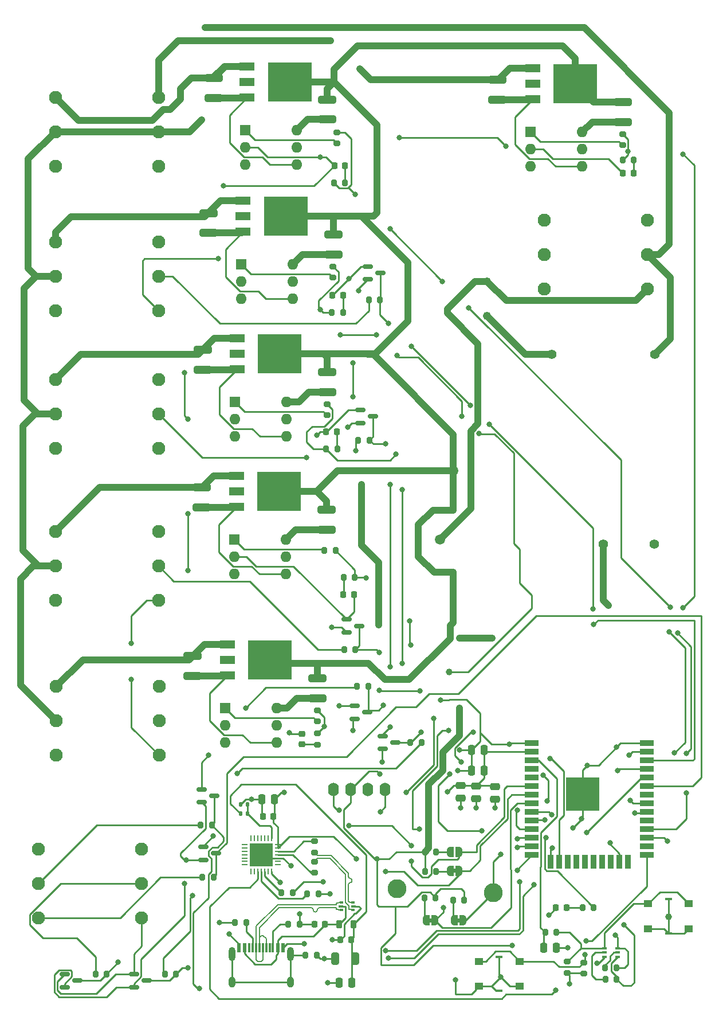
<source format=gbr>
%TF.GenerationSoftware,KiCad,Pcbnew,(6.0.5)*%
%TF.CreationDate,2022-06-13T13:10:07+01:00*%
%TF.ProjectId,heating-controller-esp32,68656174-696e-4672-9d63-6f6e74726f6c,rev?*%
%TF.SameCoordinates,Original*%
%TF.FileFunction,Copper,L1,Top*%
%TF.FilePolarity,Positive*%
%FSLAX46Y46*%
G04 Gerber Fmt 4.6, Leading zero omitted, Abs format (unit mm)*
G04 Created by KiCad (PCBNEW (6.0.5)) date 2022-06-13 13:10:07*
%MOMM*%
%LPD*%
G01*
G04 APERTURE LIST*
G04 Aperture macros list*
%AMRoundRect*
0 Rectangle with rounded corners*
0 $1 Rounding radius*
0 $2 $3 $4 $5 $6 $7 $8 $9 X,Y pos of 4 corners*
0 Add a 4 corners polygon primitive as box body*
4,1,4,$2,$3,$4,$5,$6,$7,$8,$9,$2,$3,0*
0 Add four circle primitives for the rounded corners*
1,1,$1+$1,$2,$3*
1,1,$1+$1,$4,$5*
1,1,$1+$1,$6,$7*
1,1,$1+$1,$8,$9*
0 Add four rect primitives between the rounded corners*
20,1,$1+$1,$2,$3,$4,$5,0*
20,1,$1+$1,$4,$5,$6,$7,0*
20,1,$1+$1,$6,$7,$8,$9,0*
20,1,$1+$1,$8,$9,$2,$3,0*%
%AMFreePoly0*
4,1,22,0.500000,-0.750000,0.000000,-0.750000,0.000000,-0.745033,-0.079941,-0.743568,-0.215256,-0.701293,-0.333266,-0.622738,-0.424486,-0.514219,-0.481581,-0.384460,-0.499164,-0.250000,-0.500000,-0.250000,-0.500000,0.250000,-0.499164,0.250000,-0.499963,0.256109,-0.478152,0.396186,-0.417904,0.524511,-0.324060,0.630769,-0.204165,0.706417,-0.067858,0.745374,0.000000,0.744959,0.000000,0.750000,
0.500000,0.750000,0.500000,-0.750000,0.500000,-0.750000,$1*%
%AMFreePoly1*
4,1,20,0.000000,0.744959,0.073905,0.744508,0.209726,0.703889,0.328688,0.626782,0.421226,0.519385,0.479903,0.390333,0.500000,0.250000,0.500000,-0.250000,0.499851,-0.262216,0.476331,-0.402017,0.414519,-0.529596,0.319384,-0.634700,0.198574,-0.708877,0.061801,-0.746166,0.000000,-0.745033,0.000000,-0.750000,-0.500000,-0.750000,-0.500000,0.750000,0.000000,0.750000,0.000000,0.744959,
0.000000,0.744959,$1*%
G04 Aperture macros list end*
%TA.AperFunction,SMDPad,CuDef*%
%ADD10RoundRect,0.200000X0.200000X0.275000X-0.200000X0.275000X-0.200000X-0.275000X0.200000X-0.275000X0*%
%TD*%
%TA.AperFunction,SMDPad,CuDef*%
%ADD11RoundRect,0.218750X-0.218750X-0.256250X0.218750X-0.256250X0.218750X0.256250X-0.218750X0.256250X0*%
%TD*%
%TA.AperFunction,SMDPad,CuDef*%
%ADD12RoundRect,0.250000X1.075000X-0.312500X1.075000X0.312500X-1.075000X0.312500X-1.075000X-0.312500X0*%
%TD*%
%TA.AperFunction,SMDPad,CuDef*%
%ADD13RoundRect,0.250000X-1.075000X0.312500X-1.075000X-0.312500X1.075000X-0.312500X1.075000X0.312500X0*%
%TD*%
%TA.AperFunction,SMDPad,CuDef*%
%ADD14FreePoly0,180.000000*%
%TD*%
%TA.AperFunction,SMDPad,CuDef*%
%ADD15FreePoly1,180.000000*%
%TD*%
%TA.AperFunction,ComponentPad*%
%ADD16C,1.950000*%
%TD*%
%TA.AperFunction,SMDPad,CuDef*%
%ADD17RoundRect,0.200000X-0.200000X-0.275000X0.200000X-0.275000X0.200000X0.275000X-0.200000X0.275000X0*%
%TD*%
%TA.AperFunction,SMDPad,CuDef*%
%ADD18RoundRect,0.150000X-0.587500X-0.150000X0.587500X-0.150000X0.587500X0.150000X-0.587500X0.150000X0*%
%TD*%
%TA.AperFunction,SMDPad,CuDef*%
%ADD19R,2.000000X0.900000*%
%TD*%
%TA.AperFunction,SMDPad,CuDef*%
%ADD20R,0.900000X2.000000*%
%TD*%
%TA.AperFunction,SMDPad,CuDef*%
%ADD21R,5.000000X5.000000*%
%TD*%
%TA.AperFunction,ComponentPad*%
%ADD22C,1.400000*%
%TD*%
%TA.AperFunction,ComponentPad*%
%ADD23C,2.800000*%
%TD*%
%TA.AperFunction,SMDPad,CuDef*%
%ADD24RoundRect,0.200000X-0.275000X0.200000X-0.275000X-0.200000X0.275000X-0.200000X0.275000X0.200000X0*%
%TD*%
%TA.AperFunction,SMDPad,CuDef*%
%ADD25FreePoly1,0.000000*%
%TD*%
%TA.AperFunction,SMDPad,CuDef*%
%ADD26FreePoly0,0.000000*%
%TD*%
%TA.AperFunction,SMDPad,CuDef*%
%ADD27RoundRect,0.218750X-0.256250X0.218750X-0.256250X-0.218750X0.256250X-0.218750X0.256250X0.218750X0*%
%TD*%
%TA.AperFunction,SMDPad,CuDef*%
%ADD28RoundRect,0.218750X0.218750X0.256250X-0.218750X0.256250X-0.218750X-0.256250X0.218750X-0.256250X0*%
%TD*%
%TA.AperFunction,ComponentPad*%
%ADD29O,1.600000X2.000000*%
%TD*%
%TA.AperFunction,SMDPad,CuDef*%
%ADD30RoundRect,0.250000X0.250000X0.475000X-0.250000X0.475000X-0.250000X-0.475000X0.250000X-0.475000X0*%
%TD*%
%TA.AperFunction,SMDPad,CuDef*%
%ADD31R,2.200000X1.200000*%
%TD*%
%TA.AperFunction,SMDPad,CuDef*%
%ADD32R,6.400000X5.800000*%
%TD*%
%TA.AperFunction,ComponentPad*%
%ADD33R,1.600000X1.600000*%
%TD*%
%TA.AperFunction,ComponentPad*%
%ADD34O,1.600000X1.600000*%
%TD*%
%TA.AperFunction,ComponentPad*%
%ADD35O,1.000000X2.100000*%
%TD*%
%TA.AperFunction,ComponentPad*%
%ADD36O,1.000000X1.600000*%
%TD*%
%TA.AperFunction,SMDPad,CuDef*%
%ADD37R,0.600000X1.450000*%
%TD*%
%TA.AperFunction,SMDPad,CuDef*%
%ADD38R,0.300000X1.450000*%
%TD*%
%TA.AperFunction,SMDPad,CuDef*%
%ADD39RoundRect,0.200000X0.275000X-0.200000X0.275000X0.200000X-0.275000X0.200000X-0.275000X-0.200000X0*%
%TD*%
%TA.AperFunction,SMDPad,CuDef*%
%ADD40RoundRect,0.225000X0.225000X0.250000X-0.225000X0.250000X-0.225000X-0.250000X0.225000X-0.250000X0*%
%TD*%
%TA.AperFunction,ComponentPad*%
%ADD41C,1.217000*%
%TD*%
%TA.AperFunction,SMDPad,CuDef*%
%ADD42RoundRect,0.218750X0.218750X0.381250X-0.218750X0.381250X-0.218750X-0.381250X0.218750X-0.381250X0*%
%TD*%
%TA.AperFunction,SMDPad,CuDef*%
%ADD43R,0.650000X0.400000*%
%TD*%
%TA.AperFunction,SMDPad,CuDef*%
%ADD44R,1.000000X0.450000*%
%TD*%
%TA.AperFunction,SMDPad,CuDef*%
%ADD45R,1.200000X1.100000*%
%TD*%
%TA.AperFunction,ComponentPad*%
%ADD46C,1.515000*%
%TD*%
%TA.AperFunction,SMDPad,CuDef*%
%ADD47RoundRect,0.250000X0.325000X0.650000X-0.325000X0.650000X-0.325000X-0.650000X0.325000X-0.650000X0*%
%TD*%
%TA.AperFunction,SMDPad,CuDef*%
%ADD48RoundRect,0.250000X0.475000X-0.250000X0.475000X0.250000X-0.475000X0.250000X-0.475000X-0.250000X0*%
%TD*%
%TA.AperFunction,SMDPad,CuDef*%
%ADD49RoundRect,0.135000X-0.135000X-0.185000X0.135000X-0.185000X0.135000X0.185000X-0.135000X0.185000X0*%
%TD*%
%TA.AperFunction,SMDPad,CuDef*%
%ADD50R,0.500000X0.375000*%
%TD*%
%TA.AperFunction,SMDPad,CuDef*%
%ADD51R,0.650000X0.300000*%
%TD*%
%TA.AperFunction,SMDPad,CuDef*%
%ADD52RoundRect,0.135000X0.135000X0.185000X-0.135000X0.185000X-0.135000X-0.185000X0.135000X-0.185000X0*%
%TD*%
%TA.AperFunction,SMDPad,CuDef*%
%ADD53RoundRect,0.250000X-0.250000X-0.475000X0.250000X-0.475000X0.250000X0.475000X-0.250000X0.475000X0*%
%TD*%
%TA.AperFunction,SMDPad,CuDef*%
%ADD54R,3.350000X3.350000*%
%TD*%
%TA.AperFunction,SMDPad,CuDef*%
%ADD55RoundRect,0.062500X0.062500X0.337500X-0.062500X0.337500X-0.062500X-0.337500X0.062500X-0.337500X0*%
%TD*%
%TA.AperFunction,SMDPad,CuDef*%
%ADD56RoundRect,0.062500X0.337500X0.062500X-0.337500X0.062500X-0.337500X-0.062500X0.337500X-0.062500X0*%
%TD*%
%TA.AperFunction,SMDPad,CuDef*%
%ADD57RoundRect,0.250000X-0.475000X0.250000X-0.475000X-0.250000X0.475000X-0.250000X0.475000X0.250000X0*%
%TD*%
%TA.AperFunction,ViaPad*%
%ADD58C,0.800000*%
%TD*%
%TA.AperFunction,ViaPad*%
%ADD59C,1.000000*%
%TD*%
%TA.AperFunction,Conductor*%
%ADD60C,0.250000*%
%TD*%
%TA.AperFunction,Conductor*%
%ADD61C,1.000000*%
%TD*%
%TA.AperFunction,Conductor*%
%ADD62C,0.200000*%
%TD*%
G04 APERTURE END LIST*
%TO.C,JP3*%
G36*
X76476520Y-155774520D02*
G01*
X75976520Y-155774520D01*
X75976520Y-155174520D01*
X76476520Y-155174520D01*
X76476520Y-155774520D01*
G37*
%TO.C,JP4*%
G36*
X77085000Y-163114000D02*
G01*
X76585000Y-163114000D01*
X76585000Y-162514000D01*
X77085000Y-162514000D01*
X77085000Y-163114000D01*
G37*
%TO.C,JP1*%
G36*
X72894000Y-163114000D02*
G01*
X72394000Y-163114000D01*
X72394000Y-162514000D01*
X72894000Y-162514000D01*
X72894000Y-163114000D01*
G37*
%TD*%
D10*
%TO.P,R52,1*%
%TO.N,/STATUS_LED*%
X96783000Y-160869000D03*
%TO.P,R52,2*%
%TO.N,Net-(D22-Pad2)*%
X95133000Y-160869000D03*
%TD*%
D11*
%TO.P,D22,1,K*%
%TO.N,GND*%
X91160500Y-160909000D03*
%TO.P,D22,2,A*%
%TO.N,Net-(D22-Pad2)*%
X92735500Y-160909000D03*
%TD*%
D12*
%TO.P,R40,1*%
%TO.N,Net-(R40-Pad1)*%
X101092000Y-44896500D03*
%TO.P,R40,2*%
%TO.N,LINE*%
X101092000Y-41971500D03*
%TD*%
D13*
%TO.P,R39,1*%
%TO.N,/Pump Out/Switched*%
X82550000Y-38669500D03*
%TO.P,R39,2*%
%TO.N,Net-(D12-Pad3)*%
X82550000Y-41594500D03*
%TD*%
D12*
%TO.P,R37,1*%
%TO.N,Net-(R37-Pad1)*%
X57404000Y-44515500D03*
%TO.P,R37,2*%
%TO.N,LINE*%
X57404000Y-41590500D03*
%TD*%
D13*
%TO.P,R36,1*%
%TO.N,/Boiler Out/Switched*%
X40640000Y-38415500D03*
%TO.P,R36,2*%
%TO.N,Net-(D11-Pad3)*%
X40640000Y-41340500D03*
%TD*%
D12*
%TO.P,R30,1*%
%TO.N,Net-(R30-Pad1)*%
X55963000Y-129985500D03*
%TO.P,R30,2*%
%TO.N,LINE*%
X55963000Y-127060500D03*
%TD*%
D13*
%TO.P,R29,2*%
%TO.N,Net-(D6-Pad3)*%
X37465000Y-126684500D03*
%TO.P,R29,1*%
%TO.N,/Valve Out 4/Switched*%
X37465000Y-123759500D03*
%TD*%
D12*
%TO.P,R27,1*%
%TO.N,Net-(R27-Pad1)*%
X57312000Y-105093500D03*
%TO.P,R27,2*%
%TO.N,LINE*%
X57312000Y-102168500D03*
%TD*%
D13*
%TO.P,R22,1*%
%TO.N,/Valve Out 3/Switched*%
X38862000Y-98867500D03*
%TO.P,R22,2*%
%TO.N,Net-(D4-Pad3)*%
X38862000Y-101792500D03*
%TD*%
D12*
%TO.P,R20,1*%
%TO.N,Net-(R20-Pad1)*%
X57413000Y-84774500D03*
%TO.P,R20,2*%
%TO.N,LINE*%
X57413000Y-81849500D03*
%TD*%
D13*
%TO.P,R19,1*%
%TO.N,/Valve Out 2/Switched*%
X38989000Y-78547500D03*
%TO.P,R19,2*%
%TO.N,Net-(D3-Pad3)*%
X38989000Y-81472500D03*
%TD*%
D12*
%TO.P,R17,1*%
%TO.N,Net-(R17-Pad1)*%
X58293000Y-64454500D03*
%TO.P,R17,2*%
%TO.N,LINE*%
X58293000Y-61529500D03*
%TD*%
D13*
%TO.P,R16,1*%
%TO.N,/Valve Out 1/Switched*%
X39878000Y-58354500D03*
%TO.P,R16,2*%
%TO.N,Net-(D2-Pad3)*%
X39878000Y-61279500D03*
%TD*%
D14*
%TO.P,JP3,1,A*%
%TO.N,/ESP32/IO35*%
X76876520Y-155474520D03*
D15*
%TO.P,JP3,2,B*%
%TO.N,Net-(JP3-Pad2)*%
X75576520Y-155474520D03*
%TD*%
D16*
%TO.P,J9,1,1*%
%TO.N,/Boiler Out/Switched*%
X17222000Y-41275000D03*
%TO.P,J9,2,2*%
%TO.N,/Pump Out/Switched*%
X32462000Y-41275000D03*
%TO.P,J9,3,3*%
%TO.N,NEUT*%
X17222000Y-46355000D03*
%TO.P,J9,4,4*%
X32462000Y-46355000D03*
%TO.P,J9,5,5*%
%TO.N,Earth*%
X17222000Y-51435000D03*
%TO.P,J9,6,6*%
X32462000Y-51435000D03*
%TD*%
%TO.P,J8,1,1*%
%TO.N,/Valve Out 4/Switched*%
X17349000Y-128270000D03*
%TO.P,J8,2,2*%
%TO.N,unconnected-(J8-Pad2)*%
X32589000Y-128270000D03*
%TO.P,J8,3,3*%
%TO.N,NEUT*%
X17349000Y-133350000D03*
%TO.P,J8,4,4*%
%TO.N,/Valve_Microswitch_4*%
X32589000Y-133350000D03*
%TO.P,J8,5,5*%
%TO.N,Earth*%
X17349000Y-138430000D03*
%TO.P,J8,6,6*%
%TO.N,GND*%
X32589000Y-138430000D03*
%TD*%
%TO.P,J7,1,1*%
%TO.N,/Valve Out 3/Switched*%
X17222000Y-105410000D03*
%TO.P,J7,2,2*%
%TO.N,unconnected-(J7-Pad2)*%
X32462000Y-105410000D03*
%TO.P,J7,3,3*%
%TO.N,NEUT*%
X17222000Y-110490000D03*
%TO.P,J7,4,4*%
%TO.N,/Valve_Microswitch_3*%
X32462000Y-110490000D03*
%TO.P,J7,5,5*%
%TO.N,Earth*%
X17222000Y-115570000D03*
%TO.P,J7,6,6*%
%TO.N,GND*%
X32462000Y-115570000D03*
%TD*%
%TO.P,J6,1,1*%
%TO.N,/Valve Out 2/Switched*%
X17222000Y-82931000D03*
%TO.P,J6,2,2*%
%TO.N,unconnected-(J6-Pad2)*%
X32462000Y-82931000D03*
%TO.P,J6,3,3*%
%TO.N,NEUT*%
X17222000Y-88011000D03*
%TO.P,J6,4,4*%
%TO.N,/Valve_Microswitch_2*%
X32462000Y-88011000D03*
%TO.P,J6,5,5*%
%TO.N,Earth*%
X17222000Y-93091000D03*
%TO.P,J6,6,6*%
%TO.N,GND*%
X32462000Y-93091000D03*
%TD*%
%TO.P,J5,1,1*%
%TO.N,/Valve Out 1/Switched*%
X17222000Y-62611000D03*
%TO.P,J5,2,2*%
%TO.N,unconnected-(J5-Pad2)*%
X32462000Y-62611000D03*
%TO.P,J5,3,3*%
%TO.N,NEUT*%
X17222000Y-67691000D03*
%TO.P,J5,4,4*%
%TO.N,/Valve_Microswitch_1*%
X32462000Y-67691000D03*
%TO.P,J5,5,5*%
%TO.N,Earth*%
X17222000Y-72771000D03*
%TO.P,J5,6,6*%
%TO.N,GND*%
X32462000Y-72771000D03*
%TD*%
%TO.P,J4,1,1*%
%TO.N,Net-(F1-Pad1)*%
X104698000Y-69596000D03*
%TO.P,J4,2,2*%
%TO.N,unconnected-(J4-Pad2)*%
X89458000Y-69596000D03*
%TO.P,J4,3,3*%
%TO.N,NEUT*%
X104698000Y-64516000D03*
%TO.P,J4,4,4*%
%TO.N,unconnected-(J4-Pad4)*%
X89458000Y-64516000D03*
%TO.P,J4,5,5*%
%TO.N,Earth*%
X104698000Y-59436000D03*
%TO.P,J4,6,6*%
%TO.N,unconnected-(J4-Pad6)*%
X89458000Y-59436000D03*
%TD*%
%TO.P,J3,1,1*%
%TO.N,GND*%
X29972000Y-162433000D03*
%TO.P,J3,2,2*%
%TO.N,/DHW_Thermostat*%
X14732000Y-162433000D03*
%TO.P,J3,3,3*%
%TO.N,/Spare_Thermostat_3*%
X29972000Y-157353000D03*
%TO.P,J3,4,4*%
%TO.N,/Spare_Thermostat*%
X14732000Y-157353000D03*
%TO.P,J3,5,5*%
%TO.N,/Spare_Thermostat_4*%
X29972000Y-152273000D03*
%TO.P,J3,6,6*%
%TO.N,/Spare_Thermostat_2*%
X14732000Y-152273000D03*
%TD*%
D17*
%TO.P,R51,1*%
%TO.N,/Spare_Thermostat_3*%
X23134500Y-170734000D03*
%TO.P,R51,2*%
%TO.N,/ESP32/IO34*%
X24784500Y-170734000D03*
%TD*%
%TO.P,R50,1*%
%TO.N,/Spare_Thermostat_4*%
X33379000Y-170734000D03*
%TO.P,R50,2*%
%TO.N,/ESP32/IO35*%
X35029000Y-170734000D03*
%TD*%
D18*
%TO.P,D21,1*%
%TO.N,GND*%
X18572000Y-170754000D03*
%TO.P,D21,2*%
%TO.N,+3V3*%
X18572000Y-172654000D03*
%TO.P,D21,3*%
%TO.N,/ESP32/IO34*%
X20447000Y-171704000D03*
%TD*%
%TO.P,D20,1*%
%TO.N,GND*%
X28816500Y-170754000D03*
%TO.P,D20,2*%
%TO.N,+3V3*%
X28816500Y-172654000D03*
%TO.P,D20,3*%
%TO.N,/ESP32/IO35*%
X30691500Y-171704000D03*
%TD*%
D10*
%TO.P,R13,2*%
%TO.N,Net-(R13-Pad2)*%
X54420000Y-158877000D03*
%TO.P,R13,1*%
%TO.N,/ESP32/ESP_TXD*%
X56070000Y-158877000D03*
%TD*%
%TO.P,R33,1*%
%TO.N,/Spare_Thermostat_2*%
X71310000Y-136525000D03*
%TO.P,R33,2*%
%TO.N,/ESP32/IO19*%
X69660000Y-136525000D03*
%TD*%
D18*
%TO.P,D9,1*%
%TO.N,GND*%
X65610500Y-135575000D03*
%TO.P,D9,2*%
%TO.N,+3V3*%
X65610500Y-137475000D03*
%TO.P,D9,3*%
%TO.N,/ESP32/IO19*%
X67485500Y-136525000D03*
%TD*%
D19*
%TO.P,U1,1,GND*%
%TO.N,GND*%
X87639000Y-136652000D03*
%TO.P,U1,2,VDD*%
%TO.N,+3V3*%
X87639000Y-137922000D03*
%TO.P,U1,3,EN*%
%TO.N,/ESP32/EN*%
X87639000Y-139192000D03*
%TO.P,U1,4,SENSOR_VP*%
%TO.N,unconnected-(U1-Pad4)*%
X87639000Y-140462000D03*
%TO.P,U1,5,SENSOR_VN*%
%TO.N,unconnected-(U1-Pad5)*%
X87639000Y-141732000D03*
%TO.P,U1,6,IO34*%
%TO.N,/ESP32/IO34*%
X87639000Y-143002000D03*
%TO.P,U1,7,IO35*%
%TO.N,/ESP32/IO35*%
X87639000Y-144272000D03*
%TO.P,U1,8,IO32*%
%TO.N,/ESP32/IO32*%
X87639000Y-145542000D03*
%TO.P,U1,9,IO33*%
%TO.N,/ESP32/IO33*%
X87639000Y-146812000D03*
%TO.P,U1,10,IO25*%
%TO.N,/STATUS_LED*%
X87639000Y-148082000D03*
%TO.P,U1,11,IO26*%
%TO.N,/ESP32/IO26*%
X87639000Y-149352000D03*
%TO.P,U1,12,IO27*%
%TO.N,/ESP32/IO27*%
X87639000Y-150622000D03*
%TO.P,U1,13,IO14*%
%TO.N,/ESP32/IO14*%
X87639000Y-151892000D03*
%TO.P,U1,14,IO12*%
%TO.N,/ESP32/IO12*%
X87639000Y-153162000D03*
D20*
%TO.P,U1,15,GND*%
%TO.N,GND*%
X90424000Y-154162000D03*
%TO.P,U1,16,IO13*%
%TO.N,/ESP32/IO13*%
X91694000Y-154162000D03*
%TO.P,U1,17,SHD/SD2*%
%TO.N,unconnected-(U1-Pad17)*%
X92964000Y-154162000D03*
%TO.P,U1,18,SWP/SD3*%
%TO.N,unconnected-(U1-Pad18)*%
X94234000Y-154162000D03*
%TO.P,U1,19,SCS/CMD*%
%TO.N,unconnected-(U1-Pad19)*%
X95504000Y-154162000D03*
%TO.P,U1,20,SCK/CLK*%
%TO.N,unconnected-(U1-Pad20)*%
X96774000Y-154162000D03*
%TO.P,U1,21,SDO/SD0*%
%TO.N,unconnected-(U1-Pad21)*%
X98044000Y-154162000D03*
%TO.P,U1,22,SDI/SD1*%
%TO.N,unconnected-(U1-Pad22)*%
X99314000Y-154162000D03*
%TO.P,U1,23,IO15*%
%TO.N,/ESP32/IO15*%
X100584000Y-154162000D03*
%TO.P,U1,24,IO2*%
%TO.N,/ESP32/IO2*%
X101854000Y-154162000D03*
D19*
%TO.P,U1,25,IO0*%
%TO.N,/ESP32/GPIO_0*%
X104639000Y-153162000D03*
%TO.P,U1,26,IO4*%
%TO.N,/ESP32/CRX*%
X104639000Y-151892000D03*
%TO.P,U1,27,IO16*%
%TO.N,/Boiler Out/Trigger*%
X104639000Y-150622000D03*
%TO.P,U1,28,IO17*%
%TO.N,/ESP32/IO17*%
X104639000Y-149352000D03*
%TO.P,U1,29,IO5*%
%TO.N,/ESP32/CTX*%
X104639000Y-148082000D03*
%TO.P,U1,30,IO18*%
%TO.N,/ESP32/IO18*%
X104639000Y-146812000D03*
%TO.P,U1,31,IO19*%
%TO.N,/ESP32/IO19*%
X104639000Y-145542000D03*
%TO.P,U1,32,NC*%
%TO.N,unconnected-(U1-Pad32)*%
X104639000Y-144272000D03*
%TO.P,U1,33,IO21*%
%TO.N,/ESP32/IO21*%
X104639000Y-143002000D03*
%TO.P,U1,34,RXD0/IO3*%
%TO.N,/ESP32/ESP_RXD*%
X104639000Y-141732000D03*
%TO.P,U1,35,TXD0/IO1*%
%TO.N,/ESP32/ESP_TXD*%
X104639000Y-140462000D03*
%TO.P,U1,36,IO22*%
%TO.N,/ESP32/IO22*%
X104639000Y-139192000D03*
%TO.P,U1,37,IO23*%
%TO.N,/ESP32/IO23*%
X104639000Y-137922000D03*
%TO.P,U1,38,GND*%
%TO.N,GND*%
X104639000Y-136652000D03*
D21*
%TO.P,U1,39,GND*%
X95139000Y-144152000D03*
%TD*%
D22*
%TO.P,PS1,1,+V*%
%TO.N,+3V3*%
X98151000Y-107197000D03*
%TO.P,PS1,2,-V*%
%TO.N,GND*%
X105751000Y-107197000D03*
%TO.P,PS1,3,AC/N*%
%TO.N,NEUT*%
X105771000Y-79197000D03*
%TO.P,PS1,4,AC/L*%
%TO.N,Net-(F2-Pad2)*%
X90571000Y-79197000D03*
%TD*%
D23*
%TO.P,TP2,1,1*%
%TO.N,/ESP32/IO32*%
X67691000Y-158115000D03*
%TD*%
%TO.P,TP1,1,1*%
%TO.N,/ESP32/IO33*%
X81915000Y-158750000D03*
%TD*%
D17*
%TO.P,R49,1*%
%TO.N,/ESP32/IO17*%
X101029000Y-50546000D03*
%TO.P,R49,2*%
%TO.N,Net-(D19-Pad2)*%
X102679000Y-50546000D03*
%TD*%
%TO.P,R48,1*%
%TO.N,/Boiler Out/Trigger*%
X58369500Y-53866000D03*
%TO.P,R48,2*%
%TO.N,Net-(D18-Pad2)*%
X60019500Y-53866000D03*
%TD*%
D24*
%TO.P,R47,1*%
%TO.N,/ESP32/IO15*%
X55958000Y-135195000D03*
%TO.P,R47,2*%
%TO.N,Net-(D17-Pad2)*%
X55958000Y-136845000D03*
%TD*%
D10*
%TO.P,R46,1*%
%TO.N,/ESP32/IO14*%
X61444000Y-112131000D03*
%TO.P,R46,2*%
%TO.N,Net-(D16-Pad2)*%
X59794000Y-112131000D03*
%TD*%
D17*
%TO.P,R45,1*%
%TO.N,/ESP32/IO13*%
X57214000Y-93218000D03*
%TO.P,R45,2*%
%TO.N,Net-(D15-Pad2)*%
X58864000Y-93218000D03*
%TD*%
%TO.P,R44,1*%
%TO.N,/ESP32/IO12*%
X58063000Y-73035000D03*
%TO.P,R44,2*%
%TO.N,Net-(D14-Pad2)*%
X59713000Y-73035000D03*
%TD*%
%TO.P,R43,2*%
%TO.N,+3V3*%
X77622520Y-159792520D03*
%TO.P,R43,1*%
%TO.N,Net-(JP4-Pad1)*%
X75972520Y-159792520D03*
%TD*%
%TO.P,R42,2*%
%TO.N,+3V3*%
X73383520Y-159462520D03*
%TO.P,R42,1*%
%TO.N,Net-(JP1-Pad1)*%
X71733520Y-159462520D03*
%TD*%
D25*
%TO.P,JP4,2,B*%
%TO.N,/ESP32/IO33*%
X77485000Y-162814000D03*
D26*
%TO.P,JP4,1,A*%
%TO.N,Net-(JP4-Pad1)*%
X76185000Y-162814000D03*
%TD*%
D25*
%TO.P,JP1,2,B*%
%TO.N,/ESP32/IO32*%
X73294000Y-162814000D03*
D26*
%TO.P,JP1,1,A*%
%TO.N,Net-(JP1-Pad1)*%
X71994000Y-162814000D03*
%TD*%
D11*
%TO.P,D19,1,K*%
%TO.N,GND*%
X101066500Y-52451000D03*
%TO.P,D19,2,A*%
%TO.N,Net-(D19-Pad2)*%
X102641500Y-52451000D03*
%TD*%
%TO.P,D18,1,K*%
%TO.N,GND*%
X58447000Y-51316000D03*
%TO.P,D18,2,A*%
%TO.N,Net-(D18-Pad2)*%
X60022000Y-51316000D03*
%TD*%
D27*
%TO.P,D17,1,K*%
%TO.N,GND*%
X53672000Y-135232500D03*
%TO.P,D17,2,A*%
%TO.N,Net-(D17-Pad2)*%
X53672000Y-136807500D03*
%TD*%
D28*
%TO.P,D16,1,K*%
%TO.N,GND*%
X61366500Y-114681000D03*
%TO.P,D16,2,A*%
%TO.N,Net-(D16-Pad2)*%
X59791500Y-114681000D03*
%TD*%
D11*
%TO.P,D15,1,K*%
%TO.N,GND*%
X57251500Y-90678000D03*
%TO.P,D15,2,A*%
%TO.N,Net-(D15-Pad2)*%
X58826500Y-90678000D03*
%TD*%
%TO.P,D14,1,K*%
%TO.N,GND*%
X58140500Y-70485000D03*
%TO.P,D14,2,A*%
%TO.N,Net-(D14-Pad2)*%
X59715500Y-70485000D03*
%TD*%
D29*
%TO.P,Brd1,2,VCC*%
%TO.N,+3V3*%
X60850000Y-143498000D03*
%TO.P,Brd1,1,GND*%
%TO.N,GND*%
X58310000Y-143498000D03*
%TO.P,Brd1,3,SCL*%
%TO.N,/ESP32/IO33*%
X63390000Y-143498000D03*
%TO.P,Brd1,4,SDA*%
%TO.N,/ESP32/IO32*%
X65930000Y-143498000D03*
%TD*%
D30*
%TO.P,C9,2*%
%TO.N,GND*%
X47691000Y-144907000D03*
%TO.P,C9,1*%
%TO.N,+3V3*%
X49591000Y-144907000D03*
%TD*%
D10*
%TO.P,R23,2*%
%TO.N,Net-(J11-PadS1)*%
X54166000Y-167946000D03*
%TO.P,R23,1*%
%TO.N,GND*%
X55816000Y-167946000D03*
%TD*%
D18*
%TO.P,D5,1*%
%TO.N,GND*%
X39067500Y-151958000D03*
%TO.P,D5,2*%
%TO.N,+3V3*%
X39067500Y-153858000D03*
%TO.P,D5,3*%
%TO.N,/ESP32/IO21*%
X40942500Y-152908000D03*
%TD*%
%TO.P,D13,1*%
%TO.N,GND*%
X61419500Y-131130000D03*
%TO.P,D13,2*%
%TO.N,+3V3*%
X61419500Y-133030000D03*
%TO.P,D13,3*%
%TO.N,/ESP32/IO27*%
X63294500Y-132080000D03*
%TD*%
D17*
%TO.P,R14,1*%
%TO.N,/Spare_Thermostat*%
X38672000Y-148717000D03*
%TO.P,R14,2*%
%TO.N,/ESP32/IO18*%
X40322000Y-148717000D03*
%TD*%
D31*
%TO.P,D4,1,A1*%
%TO.N,/Valve Out 3/Switched*%
X43968000Y-97160000D03*
%TO.P,D4,2*%
%TO.N,N/C*%
X43968000Y-99440000D03*
%TO.P,D4,3,G*%
%TO.N,Net-(D4-Pad3)*%
X43968000Y-101720000D03*
D32*
%TO.P,D4,4,A2*%
%TO.N,LINE*%
X50268000Y-99440000D03*
%TD*%
D18*
%TO.P,D8,1*%
%TO.N,GND*%
X62308500Y-87442000D03*
%TO.P,D8,2*%
%TO.N,+3V3*%
X62308500Y-89342000D03*
%TO.P,D8,3*%
%TO.N,/ESP32/IO23*%
X64183500Y-88392000D03*
%TD*%
D33*
%TO.P,U9,1*%
%TO.N,Net-(R35-Pad2)*%
X45255000Y-46100000D03*
D34*
%TO.P,U9,2*%
%TO.N,GND*%
X45255000Y-48640000D03*
%TO.P,U9,3,NC*%
%TO.N,unconnected-(U9-Pad3)*%
X45255000Y-51180000D03*
%TO.P,U9,4*%
%TO.N,Net-(D11-Pad3)*%
X52875000Y-51180000D03*
%TO.P,U9,5,NC*%
%TO.N,unconnected-(U9-Pad5)*%
X52875000Y-48640000D03*
%TO.P,U9,6*%
%TO.N,Net-(R37-Pad1)*%
X52875000Y-46100000D03*
%TD*%
D35*
%TO.P,J11,S1,SHIELD*%
%TO.N,Net-(J11-PadS1)*%
X43305000Y-167737000D03*
D36*
X43305000Y-171917000D03*
X51945000Y-171917000D03*
D35*
X51945000Y-167737000D03*
D37*
%TO.P,J11,B12,GND*%
%TO.N,GND*%
X44375000Y-166822000D03*
%TO.P,J11,B9,VBUS*%
%TO.N,Net-(C8-Pad1)*%
X45175000Y-166822000D03*
D38*
%TO.P,J11,B8,SBU2*%
%TO.N,unconnected-(J11-PadB8)*%
X45875000Y-166822000D03*
%TO.P,J11,B7,D-*%
%TO.N,/ESP32/sheet61EA3917/USB_D-*%
X46875000Y-166822000D03*
%TO.P,J11,B6,D+*%
%TO.N,/ESP32/sheet61EA3917/USB_D+*%
X48375000Y-166822000D03*
%TO.P,J11,B5,CC2*%
%TO.N,Net-(J11-PadB5)*%
X49375000Y-166822000D03*
D37*
%TO.P,J11,B4,VBUS*%
%TO.N,Net-(C8-Pad1)*%
X50075000Y-166822000D03*
%TO.P,J11,B1,GND*%
%TO.N,GND*%
X50875000Y-166822000D03*
%TO.P,J11,A12,GND*%
X50875000Y-166822000D03*
%TO.P,J11,A9,VBUS*%
%TO.N,Net-(C8-Pad1)*%
X50075000Y-166822000D03*
D38*
%TO.P,J11,A8,SBU1*%
%TO.N,unconnected-(J11-PadA8)*%
X48875000Y-166822000D03*
%TO.P,J11,A7,D-*%
%TO.N,/ESP32/sheet61EA3917/USB_D-*%
X47875000Y-166822000D03*
%TO.P,J11,A6,D+*%
%TO.N,/ESP32/sheet61EA3917/USB_D+*%
X47375000Y-166822000D03*
%TO.P,J11,A5,CC1*%
%TO.N,Net-(J11-PadA5)*%
X46375000Y-166822000D03*
D37*
%TO.P,J11,A4,VBUS*%
%TO.N,Net-(C8-Pad1)*%
X45175000Y-166822000D03*
%TO.P,J11,A1,GND*%
%TO.N,GND*%
X44375000Y-166822000D03*
%TD*%
D39*
%TO.P,R1,2*%
%TO.N,/ESP32/~{RESET}*%
X92863520Y-168873520D03*
%TO.P,R1,1*%
%TO.N,+3V3*%
X92863520Y-170523520D03*
%TD*%
D40*
%TO.P,C10,2*%
%TO.N,GND*%
X47866000Y-147447000D03*
%TO.P,C10,1*%
%TO.N,+3V3*%
X49416000Y-147447000D03*
%TD*%
D15*
%TO.P,JP2,2,B*%
%TO.N,Net-(JP2-Pad2)*%
X75576520Y-152680520D03*
D14*
%TO.P,JP2,1,A*%
%TO.N,/ESP32/IO34*%
X76876520Y-152680520D03*
%TD*%
D24*
%TO.P,R28,1*%
%TO.N,/ESP32/IO15*%
X55904000Y-131762000D03*
%TO.P,R28,2*%
%TO.N,Net-(R28-Pad2)*%
X55904000Y-133412000D03*
%TD*%
D41*
%TO.P,F2,1*%
%TO.N,Net-(F1-Pad1)*%
X81026000Y-68443000D03*
%TO.P,F2,2*%
%TO.N,Net-(F2-Pad2)*%
X81026000Y-73543000D03*
%TD*%
D40*
%TO.P,C11,2*%
%TO.N,GND*%
X59348000Y-165660000D03*
%TO.P,C11,1*%
%TO.N,/ESP32/sheet61EA3917/VBUS*%
X60898000Y-165660000D03*
%TD*%
D30*
%TO.P,C6,2*%
%TO.N,GND*%
X78679000Y-140716000D03*
%TO.P,C6,1*%
%TO.N,+3V3*%
X80579000Y-140716000D03*
%TD*%
D42*
%TO.P,FB1,2*%
%TO.N,Net-(C8-Pad1)*%
X59135500Y-163374000D03*
%TO.P,FB1,1*%
%TO.N,/ESP32/sheet61EA3917/VBUS*%
X61260500Y-163374000D03*
%TD*%
D10*
%TO.P,R8,2*%
%TO.N,+3V3*%
X71845520Y-155601520D03*
%TO.P,R8,1*%
%TO.N,Net-(JP3-Pad2)*%
X73495520Y-155601520D03*
%TD*%
D43*
%TO.P,Q1,6,C1*%
%TO.N,/ESP32/RTS*%
X100290520Y-166889520D03*
%TO.P,Q1,5,B2*%
%TO.N,Net-(Q1-Pad5)*%
X100290520Y-167539520D03*
%TO.P,Q1,4,E2*%
%TO.N,/ESP32/DTR*%
X100290520Y-168189520D03*
%TO.P,Q1,3,C2*%
%TO.N,/ESP32/GPIO_0*%
X98390520Y-168189520D03*
%TO.P,Q1,2,B1*%
%TO.N,Net-(Q1-Pad2)*%
X98390520Y-167539520D03*
%TO.P,Q1,1,E1*%
%TO.N,/ESP32/~{RESET}*%
X98390520Y-166889520D03*
%TD*%
D33*
%TO.P,U4,1*%
%TO.N,Net-(R15-Pad2)*%
X44664000Y-65913000D03*
D34*
%TO.P,U4,2*%
%TO.N,GND*%
X44664000Y-68453000D03*
%TO.P,U4,3,NC*%
%TO.N,unconnected-(U4-Pad3)*%
X44664000Y-70993000D03*
%TO.P,U4,4*%
%TO.N,Net-(D2-Pad3)*%
X52284000Y-70993000D03*
%TO.P,U4,5,NC*%
%TO.N,unconnected-(U4-Pad5)*%
X52284000Y-68453000D03*
%TO.P,U4,6*%
%TO.N,Net-(R17-Pad1)*%
X52284000Y-65913000D03*
%TD*%
D17*
%TO.P,R3,2*%
%TO.N,/ESP32/RTS*%
X100111520Y-169825520D03*
%TO.P,R3,1*%
%TO.N,Net-(Q1-Pad5)*%
X98461520Y-169825520D03*
%TD*%
%TO.P,R24,2*%
%TO.N,GND*%
X53276000Y-163374000D03*
%TO.P,R24,1*%
%TO.N,Net-(J11-PadB5)*%
X51626000Y-163374000D03*
%TD*%
D44*
%TO.P,J1,6,GND_2*%
%TO.N,GND*%
X107823000Y-159654000D03*
%TO.P,J1,5,GND_1*%
X107823000Y-164704000D03*
D45*
%TO.P,J1,4,NO_2*%
%TO.N,/ESP32/~{RESET}*%
X110823000Y-160329000D03*
%TO.P,J1,3,COM_2*%
%TO.N,GND*%
X110823000Y-164029000D03*
%TO.P,J1,2,NO_1*%
%TO.N,/ESP32/~{RESET}*%
X104823000Y-160329000D03*
%TO.P,J1,1,COM_1*%
%TO.N,GND*%
X104823000Y-164029000D03*
%TD*%
D44*
%TO.P,J2,6,GND_2*%
%TO.N,GND*%
X82804000Y-168163000D03*
%TO.P,J2,5,GND_1*%
X82804000Y-173213000D03*
D45*
%TO.P,J2,4,NO_2*%
%TO.N,/ESP32/GPIO_0*%
X85804000Y-168838000D03*
%TO.P,J2,3,COM_2*%
%TO.N,GND*%
X85804000Y-172538000D03*
%TO.P,J2,2,NO_1*%
%TO.N,/ESP32/GPIO_0*%
X79804000Y-168838000D03*
%TO.P,J2,1,COM_1*%
%TO.N,GND*%
X79804000Y-172538000D03*
%TD*%
D31*
%TO.P,D12,1,A1*%
%TO.N,/Pump Out/Switched*%
X87748000Y-36963000D03*
%TO.P,D12,2*%
%TO.N,N/C*%
X87748000Y-39243000D03*
%TO.P,D12,3,G*%
%TO.N,Net-(D12-Pad3)*%
X87748000Y-41523000D03*
D32*
%TO.P,D12,4,A2*%
%TO.N,LINE*%
X94048000Y-39243000D03*
%TD*%
D24*
%TO.P,R15,1*%
%TO.N,/ESP32/IO12*%
X58234000Y-66231000D03*
%TO.P,R15,2*%
%TO.N,Net-(R15-Pad2)*%
X58234000Y-67881000D03*
%TD*%
D17*
%TO.P,R31,1*%
%TO.N,/Valve_Microswitch_1*%
X63530000Y-71186000D03*
%TO.P,R31,2*%
%TO.N,/ESP32/IO22*%
X65180000Y-71186000D03*
%TD*%
D24*
%TO.P,R18,1*%
%TO.N,/ESP32/IO13*%
X57354000Y-86551000D03*
%TO.P,R18,2*%
%TO.N,Net-(R18-Pad2)*%
X57354000Y-88201000D03*
%TD*%
D33*
%TO.P,U7,1*%
%TO.N,Net-(R21-Pad2)*%
X43683000Y-106552000D03*
D34*
%TO.P,U7,2*%
%TO.N,GND*%
X43683000Y-109092000D03*
%TO.P,U7,3,NC*%
%TO.N,unconnected-(U7-Pad3)*%
X43683000Y-111632000D03*
%TO.P,U7,4*%
%TO.N,Net-(D4-Pad3)*%
X51303000Y-111632000D03*
%TO.P,U7,5,NC*%
%TO.N,unconnected-(U7-Pad5)*%
X51303000Y-109092000D03*
%TO.P,U7,6*%
%TO.N,Net-(R27-Pad1)*%
X51303000Y-106552000D03*
%TD*%
D46*
%TO.P,F1,1*%
%TO.N,Net-(F1-Pad1)*%
X74041000Y-106553000D03*
%TO.P,F1,2*%
%TO.N,LINE*%
X76041000Y-96393000D03*
%TD*%
D17*
%TO.P,R41,1*%
%TO.N,/Valve_Microswitch_4*%
X61786000Y-128270000D03*
%TO.P,R41,2*%
%TO.N,/ESP32/IO27*%
X63436000Y-128270000D03*
%TD*%
D39*
%TO.P,R5,2*%
%TO.N,/ESP32/sheet61EA3917/D+*%
X55499000Y-154103000D03*
%TO.P,R5,1*%
%TO.N,Net-(R5-Pad1)*%
X55499000Y-155753000D03*
%TD*%
D31*
%TO.P,D6,1,A1*%
%TO.N,/Valve Out 4/Switched*%
X42619000Y-122052000D03*
%TO.P,D6,2*%
%TO.N,N/C*%
X42619000Y-124332000D03*
%TO.P,D6,3,G*%
%TO.N,Net-(D6-Pad3)*%
X42619000Y-126612000D03*
D32*
%TO.P,D6,4,A2*%
%TO.N,LINE*%
X48919000Y-124332000D03*
%TD*%
D47*
%TO.P,C12,2*%
%TO.N,GND*%
X58596000Y-168454000D03*
%TO.P,C12,1*%
%TO.N,/ESP32/sheet61EA3917/VBUS*%
X61546000Y-168454000D03*
%TD*%
D17*
%TO.P,R26,1*%
%TO.N,/DHW_Thermostat*%
X38926000Y-156464000D03*
%TO.P,R26,2*%
%TO.N,/ESP32/IO21*%
X40576000Y-156464000D03*
%TD*%
D48*
%TO.P,C5,2*%
%TO.N,+3V3*%
X79375000Y-142941000D03*
%TO.P,C5,1*%
%TO.N,GND*%
X79375000Y-144841000D03*
%TD*%
D18*
%TO.P,D7,1*%
%TO.N,GND*%
X63403000Y-66233000D03*
%TO.P,D7,2*%
%TO.N,+3V3*%
X63403000Y-68133000D03*
%TO.P,D7,3*%
%TO.N,/ESP32/IO22*%
X65278000Y-67183000D03*
%TD*%
D17*
%TO.P,R32,1*%
%TO.N,/Valve_Microswitch_2*%
X61981000Y-91872000D03*
%TO.P,R32,2*%
%TO.N,/ESP32/IO23*%
X63631000Y-91872000D03*
%TD*%
D48*
%TO.P,C2,2*%
%TO.N,+3V3*%
X82195520Y-143033520D03*
%TO.P,C2,1*%
%TO.N,GND*%
X82195520Y-144933520D03*
%TD*%
D33*
%TO.P,U10,1*%
%TO.N,Net-(R38-Pad2)*%
X87463000Y-46355000D03*
D34*
%TO.P,U10,2*%
%TO.N,GND*%
X87463000Y-48895000D03*
%TO.P,U10,3,NC*%
%TO.N,unconnected-(U10-Pad3)*%
X87463000Y-51435000D03*
%TO.P,U10,4*%
%TO.N,Net-(D12-Pad3)*%
X95083000Y-51435000D03*
%TO.P,U10,5,NC*%
%TO.N,unconnected-(U10-Pad5)*%
X95083000Y-48895000D03*
%TO.P,U10,6*%
%TO.N,Net-(R40-Pad1)*%
X95083000Y-46355000D03*
%TD*%
D17*
%TO.P,R4,2*%
%TO.N,/ESP32/~{RESET}*%
X91249000Y-164592000D03*
%TO.P,R4,1*%
%TO.N,/ESP32/EN*%
X89599000Y-164592000D03*
%TD*%
D24*
%TO.P,R38,1*%
%TO.N,/ESP32/IO17*%
X101033000Y-46673000D03*
%TO.P,R38,2*%
%TO.N,Net-(R38-Pad2)*%
X101033000Y-48323000D03*
%TD*%
%TO.P,R35,1*%
%TO.N,/Boiler Out/Trigger*%
X58825000Y-46418000D03*
%TO.P,R35,2*%
%TO.N,Net-(R35-Pad2)*%
X58825000Y-48068000D03*
%TD*%
D10*
%TO.P,R25,2*%
%TO.N,GND*%
X43752000Y-163120000D03*
%TO.P,R25,1*%
%TO.N,Net-(J11-PadA5)*%
X45402000Y-163120000D03*
%TD*%
D24*
%TO.P,R6,2*%
%TO.N,/ESP32/sheet61EA3917/D-*%
X55499000Y-152769000D03*
%TO.P,R6,1*%
%TO.N,Net-(R6-Pad1)*%
X55499000Y-151119000D03*
%TD*%
D30*
%TO.P,C7,2*%
%TO.N,GND*%
X78679000Y-137668000D03*
%TO.P,C7,1*%
%TO.N,+3V3*%
X80579000Y-137668000D03*
%TD*%
D18*
%TO.P,D10,1*%
%TO.N,GND*%
X60228000Y-118363250D03*
%TO.P,D10,2*%
%TO.N,+3V3*%
X60228000Y-120263250D03*
%TO.P,D10,3*%
%TO.N,/ESP32/IO26*%
X62103000Y-119313250D03*
%TD*%
D39*
%TO.P,R11,2*%
%TO.N,/ESP32/GPIO_0*%
X95276520Y-169000520D03*
%TO.P,R11,1*%
%TO.N,+3V3*%
X95276520Y-170650520D03*
%TD*%
D17*
%TO.P,R34,1*%
%TO.N,/Valve_Microswitch_3*%
X59900500Y-122793250D03*
%TO.P,R34,2*%
%TO.N,/ESP32/IO26*%
X61550500Y-122793250D03*
%TD*%
D49*
%TO.P,R9,2*%
%TO.N,Net-(R10-Pad1)*%
X45593000Y-147066000D03*
%TO.P,R9,1*%
%TO.N,/ESP32/sheet61EA3917/VBUS*%
X44573000Y-147066000D03*
%TD*%
D18*
%TO.P,D1,1*%
%TO.N,GND*%
X38813500Y-143449000D03*
%TO.P,D1,2*%
%TO.N,+3V3*%
X38813500Y-145349000D03*
%TO.P,D1,3*%
%TO.N,/ESP32/IO18*%
X40688500Y-144399000D03*
%TD*%
D50*
%TO.P,U5,6,I/O1*%
%TO.N,/ESP32/sheet61EA3917/USB_D+*%
X59475000Y-161244500D03*
D51*
%TO.P,U5,5,VBUS*%
%TO.N,Net-(C8-Pad1)*%
X59400000Y-160707000D03*
D50*
%TO.P,U5,4,I/O2*%
%TO.N,/ESP32/sheet61EA3917/USB_D-*%
X59475000Y-160169500D03*
%TO.P,U5,3,I/O2*%
%TO.N,/ESP32/sheet61EA3917/D-*%
X61175000Y-160169500D03*
D51*
%TO.P,U5,2,GND*%
%TO.N,GND*%
X61250000Y-160707000D03*
D50*
%TO.P,U5,1,I/O1*%
%TO.N,/ESP32/sheet61EA3917/D+*%
X61175000Y-161244500D03*
%TD*%
D30*
%TO.P,C4,2*%
%TO.N,GND*%
X59121000Y-172010000D03*
%TO.P,C4,1*%
%TO.N,/ESP32/sheet61EA3917/VBUS*%
X61021000Y-172010000D03*
%TD*%
D31*
%TO.P,D11,1,A1*%
%TO.N,/Boiler Out/Switched*%
X45540000Y-36708000D03*
%TO.P,D11,2*%
%TO.N,N/C*%
X45540000Y-38988000D03*
%TO.P,D11,3,G*%
%TO.N,Net-(D11-Pad3)*%
X45540000Y-41268000D03*
D32*
%TO.P,D11,4,A2*%
%TO.N,LINE*%
X51840000Y-38988000D03*
%TD*%
D52*
%TO.P,R10,2*%
%TO.N,GND*%
X44573000Y-145669000D03*
%TO.P,R10,1*%
%TO.N,Net-(R10-Pad1)*%
X45593000Y-145669000D03*
%TD*%
D33*
%TO.P,U8,1*%
%TO.N,Net-(R28-Pad2)*%
X42334000Y-131444000D03*
D34*
%TO.P,U8,2*%
%TO.N,GND*%
X42334000Y-133984000D03*
%TO.P,U8,3,NC*%
%TO.N,unconnected-(U8-Pad3)*%
X42334000Y-136524000D03*
%TO.P,U8,4*%
%TO.N,Net-(D6-Pad3)*%
X49954000Y-136524000D03*
%TO.P,U8,5,NC*%
%TO.N,unconnected-(U8-Pad5)*%
X49954000Y-133984000D03*
%TO.P,U8,6*%
%TO.N,Net-(R30-Pad1)*%
X49954000Y-131444000D03*
%TD*%
D10*
%TO.P,R21,1*%
%TO.N,/ESP32/IO14*%
X58610000Y-108204000D03*
%TO.P,R21,2*%
%TO.N,Net-(R21-Pad2)*%
X56960000Y-108204000D03*
%TD*%
D17*
%TO.P,R2,2*%
%TO.N,/ESP32/DTR*%
X100165520Y-171476520D03*
%TO.P,R2,1*%
%TO.N,Net-(Q1-Pad2)*%
X98515520Y-171476520D03*
%TD*%
D40*
%TO.P,C8,2*%
%TO.N,GND*%
X55486000Y-163374000D03*
%TO.P,C8,1*%
%TO.N,Net-(C8-Pad1)*%
X57036000Y-163374000D03*
%TD*%
D33*
%TO.P,U6,1*%
%TO.N,Net-(R18-Pad2)*%
X43784000Y-86233000D03*
D34*
%TO.P,U6,2*%
%TO.N,GND*%
X43784000Y-88773000D03*
%TO.P,U6,3,NC*%
%TO.N,unconnected-(U6-Pad3)*%
X43784000Y-91313000D03*
%TO.P,U6,4*%
%TO.N,Net-(D3-Pad3)*%
X51404000Y-91313000D03*
%TO.P,U6,5,NC*%
%TO.N,unconnected-(U6-Pad5)*%
X51404000Y-88773000D03*
%TO.P,U6,6*%
%TO.N,Net-(R20-Pad1)*%
X51404000Y-86233000D03*
%TD*%
D10*
%TO.P,R7,2*%
%TO.N,+3V3*%
X71845520Y-152680520D03*
%TO.P,R7,1*%
%TO.N,Net-(JP2-Pad2)*%
X73495520Y-152680520D03*
%TD*%
D53*
%TO.P,C1,2*%
%TO.N,GND*%
X91247000Y-166878000D03*
%TO.P,C1,1*%
%TO.N,/ESP32/EN*%
X89347000Y-166878000D03*
%TD*%
D31*
%TO.P,D2,1,A1*%
%TO.N,/Valve Out 1/Switched*%
X44949000Y-56521000D03*
%TO.P,D2,2*%
%TO.N,N/C*%
X44949000Y-58801000D03*
%TO.P,D2,3,G*%
%TO.N,Net-(D2-Pad3)*%
X44949000Y-61081000D03*
D32*
%TO.P,D2,4,A2*%
%TO.N,LINE*%
X51249000Y-58801000D03*
%TD*%
D10*
%TO.P,R12,2*%
%TO.N,Net-(R12-Pad2)*%
X50610000Y-158750000D03*
%TO.P,R12,1*%
%TO.N,/ESP32/ESP_RXD*%
X52260000Y-158750000D03*
%TD*%
D54*
%TO.P,U2,29,GND*%
%TO.N,GND*%
X47625000Y-153087000D03*
D55*
%TO.P,U2,28,~{DTR}*%
%TO.N,/ESP32/DTR*%
X49125000Y-155537000D03*
%TO.P,U2,27,~{DSR}*%
%TO.N,unconnected-(U2-Pad27)*%
X48625000Y-155537000D03*
%TO.P,U2,26,TXD*%
%TO.N,Net-(R12-Pad2)*%
X48125000Y-155537000D03*
%TO.P,U2,25,RXD*%
%TO.N,Net-(R13-Pad2)*%
X47625000Y-155537000D03*
%TO.P,U2,24,~{RTS}*%
%TO.N,/ESP32/RTS*%
X47125000Y-155537000D03*
%TO.P,U2,23,~{CTS}*%
%TO.N,unconnected-(U2-Pad23)*%
X46625000Y-155537000D03*
%TO.P,U2,22,GPIO.4*%
%TO.N,unconnected-(U2-Pad22)*%
X46125000Y-155537000D03*
D56*
%TO.P,U2,21,GPIO.5*%
%TO.N,unconnected-(U2-Pad21)*%
X45175000Y-154587000D03*
%TO.P,U2,20,GPIO.6*%
%TO.N,unconnected-(U2-Pad20)*%
X45175000Y-154087000D03*
%TO.P,U2,19,~{TXT}/GPIO.0*%
%TO.N,unconnected-(U2-Pad19)*%
X45175000Y-153587000D03*
%TO.P,U2,18,~{RXT}/GPIO.1*%
%TO.N,unconnected-(U2-Pad18)*%
X45175000Y-153087000D03*
%TO.P,U2,17,RS485/GPIO.2*%
%TO.N,unconnected-(U2-Pad17)*%
X45175000Y-152587000D03*
%TO.P,U2,16,~{WAKEUP}/GPIO.3*%
%TO.N,unconnected-(U2-Pad16)*%
X45175000Y-152087000D03*
%TO.P,U2,15,CHR0*%
%TO.N,unconnected-(U2-Pad15)*%
X45175000Y-151587000D03*
D55*
%TO.P,U2,14,CHR1*%
%TO.N,unconnected-(U2-Pad14)*%
X46125000Y-150637000D03*
%TO.P,U2,13,CHREN*%
%TO.N,unconnected-(U2-Pad13)*%
X46625000Y-150637000D03*
%TO.P,U2,12,SUSPEND*%
%TO.N,unconnected-(U2-Pad12)*%
X47125000Y-150637000D03*
%TO.P,U2,11,~{SUSPENDb}*%
%TO.N,unconnected-(U2-Pad11)*%
X47625000Y-150637000D03*
%TO.P,U2,10,NC*%
%TO.N,unconnected-(U2-Pad10)*%
X48125000Y-150637000D03*
%TO.P,U2,9,~{RSTb}*%
%TO.N,unconnected-(U2-Pad9)*%
X48625000Y-150637000D03*
%TO.P,U2,8,VBUS*%
%TO.N,Net-(R10-Pad1)*%
X49125000Y-150637000D03*
D56*
%TO.P,U2,7,REGIN*%
%TO.N,+3V3*%
X50075000Y-151587000D03*
%TO.P,U2,6,VDD*%
X50075000Y-152087000D03*
%TO.P,U2,5,D-*%
%TO.N,Net-(R6-Pad1)*%
X50075000Y-152587000D03*
%TO.P,U2,4,D+*%
%TO.N,Net-(R5-Pad1)*%
X50075000Y-153087000D03*
%TO.P,U2,3,GND*%
%TO.N,GND*%
X50075000Y-153587000D03*
%TO.P,U2,2,~{RI}/CLK*%
%TO.N,unconnected-(U2-Pad2)*%
X50075000Y-154087000D03*
%TO.P,U2,1,~{DCD}*%
%TO.N,unconnected-(U2-Pad1)*%
X50075000Y-154587000D03*
%TD*%
D31*
%TO.P,D3,1,A1*%
%TO.N,/Valve Out 2/Switched*%
X44069000Y-76841000D03*
%TO.P,D3,2*%
%TO.N,N/C*%
X44069000Y-79121000D03*
%TO.P,D3,3,G*%
%TO.N,Net-(D3-Pad3)*%
X44069000Y-81401000D03*
D32*
%TO.P,D3,4,A2*%
%TO.N,LINE*%
X50369000Y-79121000D03*
%TD*%
D57*
%TO.P,C3,2*%
%TO.N,GND*%
X77089000Y-144780000D03*
%TO.P,C3,1*%
%TO.N,+3V3*%
X77089000Y-142880000D03*
%TD*%
D58*
%TO.N,/STATUS_LED*%
X89535000Y-147955000D03*
X89725500Y-150558500D03*
%TO.N,GND*%
X90170000Y-162052000D03*
D59*
%TO.N,/ESP32/IO12*%
X75438000Y-126111000D03*
%TO.N,NEUT*%
X39370000Y-30988000D03*
X38862000Y-44577000D03*
D58*
%TO.N,GND*%
X93662500Y-149161500D03*
%TO.N,/Spare_Thermostat_4*%
X37465000Y-159131000D03*
%TO.N,+3V3*%
X36322000Y-157353000D03*
%TO.N,/ESP32/IO35*%
X36830000Y-169799000D03*
X66040000Y-155575000D03*
%TO.N,/ESP32/IO34*%
X69850000Y-154051000D03*
X69850000Y-151765000D03*
X60579000Y-148844000D03*
%TO.N,/ESP32/IO32*%
X65214500Y-146748500D03*
%TO.N,/ESP32/IO34*%
X26515500Y-168973500D03*
%TO.N,+3V3*%
X72390000Y-143129000D03*
%TO.N,GND*%
X74168000Y-130302000D03*
X83058000Y-171196000D03*
%TO.N,+3V3*%
X51054000Y-143891000D03*
X36515000Y-153858000D03*
X75120500Y-143827500D03*
%TO.N,/ESP32/IO32*%
X74549000Y-160909000D03*
%TO.N,GND*%
X55880000Y-91186000D03*
%TO.N,/ESP32/IO17*%
X101854000Y-49276000D03*
X109982000Y-49657000D03*
%TO.N,GND*%
X83820000Y-48514000D03*
X68072000Y-47244000D03*
X56370511Y-50055489D03*
X60629750Y-67995750D03*
X41318500Y-65107500D03*
X42037000Y-54356000D03*
%TO.N,/Boiler Out/Trigger*%
X78295500Y-72326500D03*
X74422000Y-68453000D03*
%TO.N,/ESP32/IO22*%
X81366561Y-89575439D03*
X78572561Y-86781439D03*
%TO.N,/ESP32/IO12*%
X79819500Y-90868500D03*
X77302202Y-88351202D03*
%TO.N,/ESP32/IO22*%
X69809561Y-78018439D03*
%TO.N,/ESP32/IO12*%
X67691000Y-79375000D03*
X64643000Y-76327000D03*
%TO.N,/ESP32/IO22*%
X66444061Y-74652939D03*
%TO.N,/Boiler Out/Trigger*%
X66675000Y-60706000D03*
X61531500Y-55562500D03*
%TO.N,+3V3*%
X61214000Y-80518000D03*
X62039500Y-69786500D03*
X61214000Y-85471000D03*
X60388500Y-89979500D03*
X62484000Y-98425000D03*
X64960500Y-119189500D03*
X58039000Y-119507000D03*
%TO.N,/ESP32/IO14*%
X69532500Y-118554500D03*
X69723000Y-122174000D03*
D59*
%TO.N,+3V3*%
X76962000Y-121158000D03*
X81788000Y-121158000D03*
X76962000Y-131445000D03*
X98933000Y-116332000D03*
D58*
%TO.N,/ESP32/DTR*%
X50419000Y-157226000D03*
X101219000Y-163449000D03*
%TO.N,+3V3*%
X93218000Y-172212000D03*
X84709000Y-166497000D03*
X64706500Y-153733500D03*
X61658500Y-153733500D03*
%TO.N,/ESP32/IO26*%
X65087500Y-128841500D03*
X65087500Y-123253500D03*
%TO.N,/ESP32/IO23*%
X66040000Y-92456000D03*
X66675000Y-98425000D03*
X66675000Y-125349000D03*
X101981000Y-138430000D03*
%TO.N,GND*%
X100139500Y-137223500D03*
%TO.N,/ESP32/IO19*%
X71247000Y-135001000D03*
X102171500Y-145097500D03*
%TO.N,/ESP32/IO26*%
X85471000Y-146558000D03*
X89916000Y-145161000D03*
X89281000Y-141351000D03*
X77216000Y-139446000D03*
X78994000Y-135001000D03*
X71120000Y-128905000D03*
%TO.N,/ESP32/IO14*%
X63119000Y-112268000D03*
X73152000Y-132969000D03*
X69088000Y-143891000D03*
X85471000Y-152019000D03*
%TO.N,/ESP32/IO27*%
X85471000Y-150749000D03*
X80264000Y-149606000D03*
X75501500Y-141160500D03*
X65659000Y-131064000D03*
%TO.N,GND*%
X66675000Y-134239000D03*
%TO.N,+3V3*%
X61214000Y-134747000D03*
X65532000Y-139446000D03*
X65151000Y-141224000D03*
%TO.N,/ESP32/IO15*%
X56974000Y-134179000D03*
X99187000Y-151384000D03*
%TO.N,/ESP32/IO33*%
X90551000Y-147193000D03*
X83058000Y-153035000D03*
%TO.N,/ESP32/IO12*%
X85471000Y-155448000D03*
X70993000Y-149352000D03*
X75311000Y-134747000D03*
X59309000Y-76327000D03*
X56388000Y-72644000D03*
%TO.N,GND*%
X36830000Y-88773000D03*
X36322000Y-81915000D03*
X36830000Y-111125000D03*
X36830000Y-102743000D03*
%TO.N,/Valve_Microswitch_2*%
X61595000Y-93472000D03*
X54356000Y-94488000D03*
%TO.N,/ESP32/IO13*%
X67564000Y-93980000D03*
X68453000Y-99187000D03*
X68453000Y-124841000D03*
X90297000Y-138938000D03*
%TO.N,GND*%
X94932500Y-147764500D03*
X95821500Y-139890500D03*
%TO.N,/ESP32/ESP_RXD*%
X85852000Y-157099000D03*
X95758000Y-149860000D03*
%TO.N,/ESP32/ESP_TXD*%
X100330000Y-140716000D03*
X87947500Y-157543500D03*
%TO.N,/ESP32/IO18*%
X102870000Y-146939000D03*
X38481000Y-172847000D03*
%TO.N,GND*%
X40513000Y-150368000D03*
X39878000Y-138430000D03*
X46228000Y-144907000D03*
X52006500Y-154749500D03*
X42862500Y-164782500D03*
X41454000Y-163120000D03*
%TO.N,/Spare_Thermostat_2*%
X44069000Y-141097000D03*
%TO.N,GND*%
X84328000Y-136779000D03*
%TO.N,/ESP32/ESP_TXD*%
X66421000Y-168402000D03*
%TO.N,/ESP32/ESP_RXD*%
X66040000Y-167259000D03*
%TO.N,/ESP32/ESP_TXD*%
X57785000Y-158877000D03*
%TO.N,/ESP32/ESP_RXD*%
X56769000Y-157099000D03*
%TO.N,/ESP32/RTS*%
X91186000Y-173101000D03*
X99949000Y-164973000D03*
%TO.N,/ESP32/GPIO_0*%
X95631000Y-165862000D03*
%TO.N,/Boiler Out/Trigger*%
X107696000Y-151130000D03*
X108712000Y-138049000D03*
X107886500Y-120205500D03*
X108077000Y-116586000D03*
%TO.N,GND*%
X28448000Y-127254000D03*
X28448000Y-121920000D03*
%TO.N,/Valve_Microswitch_4*%
X45339000Y-131445000D03*
%TO.N,GND*%
X59116000Y-131130000D03*
X51816000Y-135128000D03*
X92910960Y-166878000D03*
%TO.N,/ESP32/GPIO_0*%
X95504000Y-167894000D03*
X97282000Y-169164000D03*
D59*
%TO.N,GND*%
X107823000Y-162306000D03*
%TO.N,/Pump Out/Switched*%
X57912000Y-32893000D03*
X62230000Y-37084000D03*
D58*
%TO.N,/ESP32/IO17*%
X110490000Y-144018000D03*
X110490000Y-138176000D03*
X109220000Y-120396000D03*
X109918500Y-116649500D03*
%TO.N,/ESP32/IO22*%
X96647000Y-116840000D03*
X96774000Y-119126000D03*
%TO.N,GND*%
X59118500Y-146494500D03*
X76353520Y-171550480D03*
X57479000Y-172010000D03*
X53975000Y-166243000D03*
X53276000Y-161862000D03*
X58114000Y-165660000D03*
X56971000Y-168454000D03*
X90678000Y-152146000D03*
X77089000Y-146177000D03*
X79375000Y-146177000D03*
X82195520Y-146150480D03*
X76962000Y-137668000D03*
X76708000Y-140716000D03*
%TD*%
D60*
%TO.N,/ESP32/RTS*%
X47125000Y-156710000D02*
X47125000Y-155537000D01*
X45910500Y-157924500D02*
X47125000Y-156710000D01*
X42862500Y-157924500D02*
X45910500Y-157924500D01*
X40005000Y-160782000D02*
X42862500Y-157924500D01*
X40005000Y-172974000D02*
X40005000Y-160782000D01*
X41402000Y-174371000D02*
X40005000Y-172974000D01*
X83185000Y-174371000D02*
X41402000Y-174371000D01*
X83820000Y-173736000D02*
X83185000Y-174371000D01*
X90551000Y-173736000D02*
X83820000Y-173736000D01*
X91186000Y-173101000D02*
X90551000Y-173736000D01*
D61*
%TO.N,LINE*%
X62484000Y-58801000D02*
X62230000Y-58801000D01*
X69342000Y-65659000D02*
X62484000Y-58801000D01*
X63373000Y-79248000D02*
X64389000Y-79248000D01*
X64389000Y-79248000D02*
X69342000Y-74295000D01*
X69342000Y-74295000D02*
X69342000Y-65659000D01*
X62230000Y-58801000D02*
X64262000Y-58801000D01*
X58166000Y-58801000D02*
X62230000Y-58801000D01*
X64262000Y-58801000D02*
X64770000Y-58293000D01*
X64770000Y-58293000D02*
X64770000Y-45339000D01*
%TO.N,/Boiler Out/Switched*%
X20627489Y-44680489D02*
X17222000Y-41275000D01*
X34164088Y-43051912D02*
X33148088Y-43051912D01*
X33148088Y-43051912D02*
X31519511Y-44680489D01*
X35688088Y-41527912D02*
X34164088Y-43051912D01*
X35688088Y-40003912D02*
X35688088Y-41527912D01*
X31519511Y-44680489D02*
X20627489Y-44680489D01*
X40640000Y-38415500D02*
X37276500Y-38415500D01*
X37276500Y-38415500D02*
X35688088Y-40003912D01*
X42347500Y-36708000D02*
X40640000Y-38415500D01*
X42347500Y-36708000D02*
X45540000Y-36708000D01*
%TO.N,LINE*%
X63500000Y-124841000D02*
X55626000Y-124841000D01*
X65913000Y-127254000D02*
X63500000Y-124841000D01*
X69469000Y-127254000D02*
X65913000Y-127254000D01*
X75562480Y-121160520D02*
X69469000Y-127254000D01*
X75562480Y-119286464D02*
X75562480Y-121160520D01*
X76041000Y-111411000D02*
X76041000Y-118807944D01*
X76041000Y-118807944D02*
X75562480Y-119286464D01*
X73057000Y-102203000D02*
X70866000Y-104394000D01*
X70866000Y-109093000D02*
X73184000Y-111411000D01*
X73184000Y-111411000D02*
X76041000Y-111411000D01*
X76041000Y-102203000D02*
X73057000Y-102203000D01*
X70866000Y-104394000D02*
X70866000Y-109093000D01*
X76041000Y-96393000D02*
X76041000Y-102203000D01*
D60*
%TO.N,/ESP32/GPIO_0*%
X94668540Y-169608500D02*
X91630500Y-169608500D01*
X95276520Y-169000520D02*
X94668540Y-169608500D01*
X90860000Y-168838000D02*
X91630500Y-169608500D01*
X85804000Y-168838000D02*
X90860000Y-168838000D01*
X82296000Y-167386000D02*
X84352000Y-167386000D01*
X80844000Y-168838000D02*
X82296000Y-167386000D01*
X84352000Y-167386000D02*
X85804000Y-168838000D01*
X79804000Y-168838000D02*
X80844000Y-168838000D01*
%TO.N,GND*%
X82391000Y-173213000D02*
X81716000Y-172538000D01*
X82804000Y-173213000D02*
X82391000Y-173213000D01*
X81716000Y-172538000D02*
X79804000Y-172538000D01*
X83058000Y-171196000D02*
X81716000Y-172538000D01*
X84400000Y-172538000D02*
X85804000Y-172538000D01*
X83058000Y-171196000D02*
X84400000Y-172538000D01*
X82804000Y-170942000D02*
X83058000Y-171196000D01*
X82804000Y-168163000D02*
X82804000Y-170942000D01*
%TO.N,/ESP32/~{RESET}*%
X94847520Y-166889520D02*
X92863520Y-168873520D01*
X95007520Y-166889520D02*
X98390520Y-166889520D01*
X95007520Y-166889520D02*
X94847520Y-166889520D01*
X94857480Y-166889520D02*
X95007520Y-166889520D01*
X94857480Y-166231480D02*
X94857480Y-166889520D01*
X93218000Y-164592000D02*
X94857480Y-166231480D01*
X91249000Y-164592000D02*
X93218000Y-164592000D01*
%TO.N,/ESP32/EN*%
X88900000Y-154940000D02*
X88963511Y-154876489D01*
X88963511Y-154876489D02*
X88963511Y-149805103D01*
X88900000Y-163893000D02*
X88900000Y-154940000D01*
X89599000Y-164592000D02*
X88900000Y-163893000D01*
%TO.N,/STATUS_LED*%
X87766000Y-147955000D02*
X87639000Y-148082000D01*
X89535000Y-147955000D02*
X87766000Y-147955000D01*
X89535000Y-155188969D02*
X89535000Y-150749000D01*
X91400511Y-155486511D02*
X89832542Y-155486511D01*
X89535000Y-150749000D02*
X89725500Y-150558500D01*
X96783000Y-160869000D02*
X91400511Y-155486511D01*
X89832542Y-155486511D02*
X89535000Y-155188969D01*
%TO.N,Net-(D22-Pad2)*%
X92775500Y-160869000D02*
X92735500Y-160909000D01*
X95133000Y-160869000D02*
X92775500Y-160869000D01*
%TO.N,GND*%
X91160500Y-161061500D02*
X90170000Y-162052000D01*
X91160500Y-160909000D02*
X91160500Y-161061500D01*
D61*
%TO.N,NEUT*%
X108077000Y-76891000D02*
X105771000Y-79197000D01*
X108077000Y-67895000D02*
X108077000Y-76891000D01*
X104698000Y-64516000D02*
X108077000Y-67895000D01*
%TO.N,Net-(F1-Pad1)*%
X103023489Y-71270511D02*
X104698000Y-69596000D01*
X83853511Y-71270511D02*
X103023489Y-71270511D01*
X81026000Y-68443000D02*
X83853511Y-71270511D01*
%TO.N,NEUT*%
X106426000Y-64516000D02*
X107950000Y-62992000D01*
X104698000Y-64516000D02*
X106426000Y-64516000D01*
X107950000Y-62992000D02*
X107950000Y-43561000D01*
D60*
%TO.N,/ESP32/IO32*%
X74368511Y-163888511D02*
X73294000Y-162814000D01*
X84582000Y-155321000D02*
X84582000Y-160909000D01*
X84465040Y-155204040D02*
X84582000Y-155321000D01*
X84582000Y-160909000D02*
X81602489Y-163888511D01*
X84465040Y-146539346D02*
X84465040Y-155204040D01*
X85462386Y-145542000D02*
X84465040Y-146539346D01*
X81602489Y-163888511D02*
X74368511Y-163888511D01*
X87639000Y-145542000D02*
X85462386Y-145542000D01*
D61*
%TO.N,/Valve Out 1/Switched*%
X19494000Y-58865000D02*
X39247000Y-58865000D01*
X17222000Y-61137000D02*
X19494000Y-58865000D01*
X17222000Y-62611000D02*
X17222000Y-61137000D01*
X39247000Y-58865000D02*
X41591000Y-56521000D01*
X41591000Y-56521000D02*
X44949000Y-56521000D01*
%TO.N,NEUT*%
X13208000Y-66548000D02*
X14351000Y-67691000D01*
X17222000Y-46355000D02*
X13208000Y-50369000D01*
X13208000Y-50369000D02*
X13208000Y-66548000D01*
%TO.N,Net-(D12-Pad3)*%
X87676500Y-41594500D02*
X87748000Y-41523000D01*
X82550000Y-41594500D02*
X87676500Y-41594500D01*
%TO.N,/Pump Out/Switched*%
X84390000Y-36963000D02*
X87748000Y-36963000D01*
X63822000Y-38676000D02*
X82677000Y-38676000D01*
X82677000Y-38676000D02*
X84390000Y-36963000D01*
X62230000Y-37084000D02*
X63822000Y-38676000D01*
%TO.N,LINE*%
X96776500Y-41971500D02*
X94048000Y-39243000D01*
X101092000Y-41971500D02*
X96776500Y-41971500D01*
%TO.N,Net-(R40-Pad1)*%
X95083000Y-46355000D02*
X96541500Y-44896500D01*
X96541500Y-44896500D02*
X101092000Y-44896500D01*
%TO.N,Net-(R30-Pad1)*%
X49954000Y-131444000D02*
X51436000Y-131444000D01*
X51436000Y-131444000D02*
X52894500Y-129985500D01*
X52894500Y-129985500D02*
X55963000Y-129985500D01*
%TO.N,LINE*%
X55963000Y-127060500D02*
X55963000Y-125178000D01*
X55626000Y-124841000D02*
X52324000Y-124841000D01*
X55963000Y-125178000D02*
X55626000Y-124841000D01*
X57312000Y-100873000D02*
X55879000Y-99440000D01*
X57312000Y-102168500D02*
X57312000Y-100873000D01*
%TO.N,Net-(R27-Pad1)*%
X52761500Y-105093500D02*
X57312000Y-105093500D01*
X51303000Y-106552000D02*
X52761500Y-105093500D01*
%TO.N,LINE*%
X57413000Y-79638000D02*
X56896000Y-79121000D01*
X56896000Y-79121000D02*
X50369000Y-79121000D01*
X63246000Y-79121000D02*
X56896000Y-79121000D01*
X57413000Y-81849500D02*
X57413000Y-79638000D01*
%TO.N,Net-(R20-Pad1)*%
X53213000Y-86233000D02*
X54671500Y-84774500D01*
X51404000Y-86233000D02*
X53213000Y-86233000D01*
X54671500Y-84774500D02*
X57413000Y-84774500D01*
%TO.N,LINE*%
X58293000Y-58928000D02*
X58166000Y-58801000D01*
X58293000Y-61529500D02*
X58293000Y-58928000D01*
X51249000Y-58801000D02*
X58166000Y-58801000D01*
%TO.N,Net-(R17-Pad1)*%
X53742500Y-64454500D02*
X58293000Y-64454500D01*
X52284000Y-65913000D02*
X53742500Y-64454500D01*
%TO.N,LINE*%
X57404000Y-40003000D02*
X58419000Y-38988000D01*
X57404000Y-41590500D02*
X57404000Y-40003000D01*
%TO.N,Net-(R37-Pad1)*%
X54459500Y-44515500D02*
X52875000Y-46100000D01*
X57404000Y-44515500D02*
X54459500Y-44515500D01*
%TO.N,Net-(D11-Pad3)*%
X45467500Y-41340500D02*
X45540000Y-41268000D01*
X40640000Y-41340500D02*
X45467500Y-41340500D01*
%TO.N,/Boiler Out/Switched*%
X42182000Y-36708000D02*
X45540000Y-36708000D01*
%TO.N,Net-(D2-Pad3)*%
X44750500Y-61279500D02*
X44949000Y-61081000D01*
X39878000Y-61279500D02*
X44750500Y-61279500D01*
%TO.N,Net-(D3-Pad3)*%
X43997500Y-81472500D02*
X44069000Y-81401000D01*
X38989000Y-81472500D02*
X43997500Y-81472500D01*
%TO.N,/Valve Out 2/Switched*%
X38367000Y-79185000D02*
X40711000Y-76841000D01*
X20968000Y-79185000D02*
X38367000Y-79185000D01*
X40711000Y-76841000D02*
X44069000Y-76841000D01*
X17222000Y-82931000D02*
X20968000Y-79185000D01*
%TO.N,Net-(D4-Pad3)*%
X43895500Y-101792500D02*
X43968000Y-101720000D01*
X38862000Y-101792500D02*
X43895500Y-101792500D01*
%TO.N,/Valve Out 4/Switched*%
X21286000Y-124333000D02*
X36980000Y-124333000D01*
X36980000Y-124333000D02*
X39261000Y-122052000D01*
%TO.N,Net-(D6-Pad3)*%
X37465000Y-126684500D02*
X42546500Y-126684500D01*
X42546500Y-126684500D02*
X42619000Y-126612000D01*
D60*
%TO.N,GND*%
X28816500Y-167779500D02*
X28816500Y-170754000D01*
X29972000Y-162433000D02*
X29972000Y-166624000D01*
X29972000Y-166624000D02*
X28816500Y-167779500D01*
%TO.N,/ESP32/IO12*%
X78232000Y-126111000D02*
X75438000Y-126111000D01*
X87630000Y-116713000D02*
X78232000Y-126111000D01*
X85794521Y-112972521D02*
X87630000Y-114808000D01*
X84963000Y-107188000D02*
X85794521Y-108019521D01*
X84963000Y-93807596D02*
X84963000Y-107188000D01*
X82128202Y-90972798D02*
X84963000Y-93807596D01*
X85794521Y-108019521D02*
X85794521Y-112972521D01*
X87630000Y-114808000D02*
X87630000Y-116713000D01*
X79923798Y-90972798D02*
X82128202Y-90972798D01*
X79819500Y-90868500D02*
X79923798Y-90972798D01*
%TO.N,+3V3*%
X26240500Y-172654000D02*
X28816500Y-172654000D01*
X24777500Y-174117000D02*
X26240500Y-172654000D01*
X17780000Y-174117000D02*
X24777500Y-174117000D01*
X17060460Y-173397460D02*
X17780000Y-174117000D01*
X17060460Y-170856968D02*
X17060460Y-173397460D01*
X19413980Y-170129480D02*
X17787948Y-170129480D01*
X19634020Y-170349520D02*
X19413980Y-170129480D01*
X19634020Y-171108408D02*
X19634020Y-170349520D01*
X18572000Y-172170428D02*
X19634020Y-171108408D01*
X18572000Y-172654000D02*
X18572000Y-172170428D01*
X17787948Y-170129480D02*
X17060460Y-170856968D01*
%TO.N,GND*%
X26096000Y-170754000D02*
X28816500Y-170754000D01*
X23241000Y-173609000D02*
X26096000Y-170754000D01*
X17509980Y-171816020D02*
X17509980Y-173084980D01*
X17509980Y-173084980D02*
X18034000Y-173609000D01*
X18572000Y-170754000D02*
X17509980Y-171816020D01*
X18034000Y-173609000D02*
X23241000Y-173609000D01*
%TO.N,/Spare_Thermostat_3*%
X17974213Y-157353000D02*
X29972000Y-157353000D01*
X15396489Y-165383489D02*
X13432489Y-163419489D01*
X20349489Y-165383489D02*
X15396489Y-165383489D01*
X23134500Y-168168500D02*
X20349489Y-165383489D01*
X13432489Y-163419489D02*
X13432489Y-161894724D01*
X23134500Y-170734000D02*
X23134500Y-168168500D01*
X13432489Y-161894724D02*
X17974213Y-157353000D01*
%TO.N,/Spare_Thermostat_4*%
X33141000Y-168396000D02*
X33141000Y-170496000D01*
X33141000Y-170496000D02*
X33379000Y-170734000D01*
X33141000Y-168396000D02*
X37142480Y-164394520D01*
%TO.N,/ESP32/IO35*%
X35964000Y-169799000D02*
X35029000Y-170734000D01*
X36830000Y-169799000D02*
X35964000Y-169799000D01*
%TO.N,+3V3*%
X29878520Y-168532408D02*
X36322000Y-162088928D01*
X29878520Y-171108408D02*
X29878520Y-168532408D01*
X28816500Y-172170428D02*
X29878520Y-171108408D01*
D61*
%TO.N,NEUT*%
X95377000Y-30988000D02*
X39370000Y-30988000D01*
X107950000Y-43561000D02*
X95377000Y-30988000D01*
X37084000Y-46355000D02*
X38862000Y-44577000D01*
X32462000Y-46355000D02*
X37084000Y-46355000D01*
X17222000Y-46355000D02*
X32462000Y-46355000D01*
%TO.N,/Pump Out/Switched*%
X32462000Y-35814000D02*
X35383000Y-32893000D01*
X35383000Y-32893000D02*
X57912000Y-32893000D01*
X32462000Y-41275000D02*
X32462000Y-35814000D01*
D60*
%TO.N,GND*%
X94932500Y-147764500D02*
X94932500Y-147891500D01*
X94932500Y-147891500D02*
X93662500Y-149161500D01*
%TO.N,/Spare_Thermostat_4*%
X37142480Y-164394520D02*
X37142480Y-159453520D01*
X37142480Y-159453520D02*
X37465000Y-159131000D01*
%TO.N,+3V3*%
X36322000Y-162088928D02*
X36322000Y-157353000D01*
X28816500Y-172654000D02*
X28816500Y-172170428D01*
%TO.N,/ESP32/IO35*%
X34059000Y-171704000D02*
X30691500Y-171704000D01*
X35029000Y-170734000D02*
X34059000Y-171704000D01*
X70739000Y-157607000D02*
X68707000Y-155575000D01*
X68707000Y-155575000D02*
X66040000Y-155575000D01*
X75311000Y-157607000D02*
X70739000Y-157607000D01*
X76876520Y-156041480D02*
X75311000Y-157607000D01*
X76876520Y-155474520D02*
X76876520Y-156041480D01*
%TO.N,/ESP32/IO34*%
X76876520Y-153501480D02*
X76581000Y-153797000D01*
X76876520Y-152680520D02*
X76876520Y-153501480D01*
X73787000Y-153797000D02*
X76581000Y-153797000D01*
X76876520Y-152680520D02*
X79475480Y-152680520D01*
X72771000Y-154813000D02*
X73787000Y-153797000D01*
X72771000Y-155892823D02*
X72771000Y-154813000D01*
X72262783Y-156401040D02*
X72771000Y-155892823D01*
X71428257Y-156401040D02*
X72262783Y-156401040D01*
X69850000Y-154822783D02*
X71428257Y-156401040D01*
X69850000Y-154051000D02*
X69850000Y-154822783D01*
X60579000Y-148844000D02*
X66929000Y-148844000D01*
X66929000Y-148844000D02*
X69850000Y-151765000D01*
%TO.N,+3V3*%
X59854489Y-149144103D02*
X59854489Y-146393511D01*
X64443886Y-153733500D02*
X59854489Y-149144103D01*
X64706500Y-153733500D02*
X64443886Y-153733500D01*
X59854489Y-146393511D02*
X60850000Y-145398000D01*
X60850000Y-145398000D02*
X60850000Y-143498000D01*
%TO.N,/ESP32/IO32*%
X65930000Y-146033000D02*
X65930000Y-143498000D01*
X65214500Y-146748500D02*
X65930000Y-146033000D01*
%TO.N,/ESP32/IO34*%
X24755000Y-170734000D02*
X26515500Y-168973500D01*
X23814500Y-171704000D02*
X24784500Y-170734000D01*
X20447000Y-171704000D02*
X23814500Y-171704000D01*
%TO.N,+3V3*%
X67437000Y-164719000D02*
X67437000Y-160782000D01*
X70141489Y-169380511D02*
X65315489Y-169380511D01*
X65315489Y-169380511D02*
X65315489Y-166840511D01*
X65315489Y-166840511D02*
X67437000Y-164719000D01*
X73025000Y-166497000D02*
X70141489Y-169380511D01*
X84709000Y-166497000D02*
X73025000Y-166497000D01*
%TO.N,/ESP32/DTR*%
X101117511Y-172428511D02*
X100165520Y-171476520D01*
X102743000Y-171966614D02*
X102281103Y-172428511D01*
X102743000Y-164973000D02*
X102743000Y-171966614D01*
X102281103Y-172428511D02*
X101117511Y-172428511D01*
X101219000Y-163449000D02*
X102743000Y-164973000D01*
%TO.N,GND*%
X45465000Y-109092000D02*
X43683000Y-109092000D01*
X46880489Y-110507489D02*
X45465000Y-109092000D01*
X52372239Y-110507489D02*
X46880489Y-110507489D01*
X60228000Y-118363250D02*
X52372239Y-110507489D01*
D61*
%TO.N,+3V3*%
X72390000Y-143129000D02*
X72390000Y-152136040D01*
D60*
%TO.N,GND*%
X97472500Y-139890500D02*
X95821500Y-139890500D01*
X100139500Y-137223500D02*
X97472500Y-139890500D01*
X81661000Y-136779000D02*
X80010000Y-135128000D01*
X84328000Y-136779000D02*
X81661000Y-136779000D01*
X80010000Y-135128000D02*
X80010000Y-136337000D01*
X80010000Y-132207000D02*
X80010000Y-135128000D01*
X77978000Y-130175000D02*
X80010000Y-132207000D01*
X80010000Y-136337000D02*
X78679000Y-137668000D01*
X75463007Y-130175000D02*
X77978000Y-130175000D01*
X75336007Y-130302000D02*
X75463007Y-130175000D01*
X74168000Y-130302000D02*
X75336007Y-130302000D01*
%TO.N,+3V3*%
X50607000Y-143891000D02*
X49591000Y-144907000D01*
X51054000Y-143891000D02*
X50607000Y-143891000D01*
X36515000Y-153858000D02*
X39067500Y-153858000D01*
X66537540Y-153733500D02*
X67590520Y-152680520D01*
X64706500Y-153733500D02*
X66537540Y-153733500D01*
X76068000Y-142880000D02*
X75120500Y-143827500D01*
X77089000Y-142880000D02*
X76068000Y-142880000D01*
%TO.N,/ESP32/IO32*%
X74549000Y-161559000D02*
X73294000Y-162814000D01*
X74549000Y-160909000D02*
X74549000Y-161559000D01*
D61*
%TO.N,+3V3*%
X62484000Y-107442000D02*
X62484000Y-98425000D01*
X64960500Y-109918500D02*
X62484000Y-107442000D01*
X64960500Y-119189500D02*
X64960500Y-109918500D01*
D60*
%TO.N,GND*%
X56388000Y-90678000D02*
X55880000Y-91186000D01*
X57251500Y-90678000D02*
X56388000Y-90678000D01*
%TO.N,/ESP32/IO17*%
X111633000Y-51308000D02*
X109982000Y-49657000D01*
X111633000Y-114935000D02*
X111633000Y-51308000D01*
X109918500Y-116649500D02*
X111633000Y-114935000D01*
%TO.N,GND*%
X90696489Y-50310489D02*
X89281000Y-48895000D01*
X98925989Y-50310489D02*
X90696489Y-50310489D01*
X89281000Y-48895000D02*
X87463000Y-48895000D01*
X101066500Y-52451000D02*
X98925989Y-50310489D01*
X68072000Y-47244000D02*
X82550000Y-47244000D01*
X82550000Y-47244000D02*
X83820000Y-48514000D01*
X56370511Y-50055489D02*
X48531489Y-50055489D01*
X60629750Y-67995750D02*
X58140500Y-70485000D01*
X30099000Y-70408000D02*
X32462000Y-72771000D01*
X30099000Y-65405000D02*
X30099000Y-70408000D01*
X30396500Y-65107500D02*
X30099000Y-65405000D01*
X41318500Y-65107500D02*
X30396500Y-65107500D01*
X55407000Y-54356000D02*
X42037000Y-54356000D01*
X58447000Y-51316000D02*
X55407000Y-54356000D01*
X48531489Y-50055489D02*
X47116000Y-48640000D01*
X57186489Y-50055489D02*
X56370511Y-50055489D01*
X47116000Y-48640000D02*
X45255000Y-48640000D01*
X58447000Y-51316000D02*
X57186489Y-50055489D01*
D61*
%TO.N,Net-(F1-Pad1)*%
X79258000Y-68443000D02*
X81026000Y-68443000D01*
X75184000Y-72517000D02*
X79258000Y-68443000D01*
X75184000Y-73152000D02*
X75184000Y-72517000D01*
D60*
%TO.N,/Boiler Out/Trigger*%
X66675000Y-60706000D02*
X74422000Y-68453000D01*
D61*
%TO.N,Net-(F1-Pad1)*%
X79672072Y-77640072D02*
X75184000Y-73152000D01*
X79672072Y-89460984D02*
X79672072Y-77640072D01*
X78613000Y-90520056D02*
X79672072Y-89460984D01*
X78613000Y-101981000D02*
X78613000Y-90520056D01*
X74041000Y-106553000D02*
X78613000Y-101981000D01*
D60*
%TO.N,/ESP32/IO22*%
X81366561Y-89575439D02*
X96647000Y-104855878D01*
%TO.N,/ESP32/IO12*%
X77302202Y-88351202D02*
X77302202Y-86146798D01*
X70825202Y-79669798D02*
X67985798Y-79669798D01*
X77302202Y-86146798D02*
X70825202Y-79669798D01*
X67985798Y-79669798D02*
X67691000Y-79375000D01*
%TO.N,/ESP32/IO22*%
X69809561Y-78018439D02*
X78572561Y-86781439D01*
D61*
%TO.N,LINE*%
X64770000Y-45339000D02*
X58419000Y-38988000D01*
D60*
%TO.N,/Boiler Out/Trigger*%
X61531500Y-55562500D02*
X60535642Y-54566642D01*
%TO.N,+3V3*%
X63403000Y-68133000D02*
X62039500Y-69496500D01*
X62039500Y-69496500D02*
X62039500Y-69786500D01*
X61214000Y-80518000D02*
X61214000Y-85471000D01*
X61026000Y-89342000D02*
X60388500Y-89979500D01*
X62308500Y-89342000D02*
X61026000Y-89342000D01*
X59471750Y-119507000D02*
X58039000Y-119507000D01*
X60228000Y-120263250D02*
X59471750Y-119507000D01*
%TO.N,/ESP32/IO14*%
X69532500Y-121983500D02*
X69532500Y-118554500D01*
X69723000Y-122174000D02*
X69532500Y-121983500D01*
D61*
%TO.N,+3V3*%
X81788000Y-121158000D02*
X76962000Y-121158000D01*
D60*
%TO.N,/ESP32/IO21*%
X42545000Y-151305500D02*
X40942500Y-152908000D01*
X42545000Y-141097000D02*
X42545000Y-151305500D01*
X45021500Y-138620500D02*
X42545000Y-141097000D01*
X60261500Y-138620500D02*
X45021500Y-138620500D01*
X67564000Y-131318000D02*
X60261500Y-138620500D01*
X72453500Y-129349500D02*
X70485000Y-131318000D01*
X88263196Y-117856000D02*
X76769696Y-129349500D01*
X76769696Y-129349500D02*
X72453500Y-129349500D01*
X112649000Y-117856000D02*
X88263196Y-117856000D01*
X70485000Y-131318000D02*
X67564000Y-131318000D01*
X112649000Y-141732000D02*
X112649000Y-117856000D01*
X111379000Y-143002000D02*
X112649000Y-141732000D01*
X104639000Y-143002000D02*
X111379000Y-143002000D01*
D61*
%TO.N,+3V3*%
X74484520Y-140653480D02*
X72390000Y-142748000D01*
X72390000Y-152136040D02*
X71845520Y-152680520D01*
X76962000Y-135477338D02*
X74484520Y-137954818D01*
X72390000Y-142748000D02*
X72390000Y-143129000D01*
X76962000Y-131445000D02*
X76962000Y-135477338D01*
X74484520Y-137954818D02*
X74484520Y-140653480D01*
D60*
%TO.N,/ESP32/IO12*%
X69977359Y-149352359D02*
X70992641Y-149352359D01*
X70992641Y-149352359D02*
X70993000Y-149352000D01*
X73660000Y-139954717D02*
X69977359Y-143637358D01*
X69977359Y-143637358D02*
X69977359Y-149352359D01*
X73660000Y-135509000D02*
X73660000Y-139954717D01*
X74422000Y-134747000D02*
X73660000Y-135509000D01*
X75311000Y-134747000D02*
X74422000Y-134747000D01*
D61*
%TO.N,+3V3*%
X98151000Y-107197000D02*
X98151000Y-115550000D01*
X98151000Y-115550000D02*
X98933000Y-116332000D01*
D60*
%TO.N,/ESP32/DTR*%
X49125000Y-155537000D02*
X49125000Y-155932000D01*
X49125000Y-155932000D02*
X50419000Y-157226000D01*
%TO.N,+3V3*%
X93218000Y-170878000D02*
X92863520Y-170523520D01*
X93218000Y-172212000D02*
X93218000Y-170878000D01*
X65024000Y-160782000D02*
X67437000Y-160782000D01*
X67437000Y-160782000D02*
X69197257Y-160782000D01*
%TO.N,Net-(JP2-Pad2)*%
X73495520Y-152680520D02*
X75576520Y-152680520D01*
%TO.N,+3V3*%
X72584000Y-158663000D02*
X73383520Y-159462520D01*
X71316257Y-158663000D02*
X72584000Y-158663000D01*
X69197257Y-160782000D02*
X71316257Y-158663000D01*
X64706500Y-160464500D02*
X65024000Y-160782000D01*
X64706500Y-153733500D02*
X64706500Y-160464500D01*
X58319480Y-150394480D02*
X61658500Y-153733500D01*
X51767520Y-150394480D02*
X58319480Y-150394480D01*
X50075000Y-152087000D02*
X51767520Y-150394480D01*
%TO.N,/Valve_Microswitch_3*%
X55991250Y-122793250D02*
X45954511Y-112756511D01*
X45954511Y-112756511D02*
X34728511Y-112756511D01*
X32462000Y-110490000D02*
X34728511Y-112756511D01*
X59900500Y-122793250D02*
X55991250Y-122793250D01*
%TO.N,/ESP32/IO26*%
X65087500Y-128841500D02*
X65151000Y-128905000D01*
X65151000Y-128905000D02*
X71120000Y-128905000D01*
X64627250Y-122793250D02*
X65087500Y-123253500D01*
X61550500Y-122793250D02*
X64627250Y-122793250D01*
D61*
%TO.N,LINE*%
X52324000Y-124841000D02*
X49428000Y-124841000D01*
X49428000Y-124841000D02*
X48919000Y-124332000D01*
D60*
%TO.N,/ESP32/IO23*%
X66040000Y-92456000D02*
X64215000Y-92456000D01*
X64215000Y-92456000D02*
X63631000Y-91872000D01*
X66675000Y-125349000D02*
X66675000Y-98425000D01*
X102489000Y-137922000D02*
X101981000Y-138430000D01*
X104639000Y-137922000D02*
X102489000Y-137922000D01*
%TO.N,GND*%
X100711000Y-136652000D02*
X100139500Y-137223500D01*
X104639000Y-136652000D02*
X100711000Y-136652000D01*
%TO.N,/ESP32/IO19*%
X69660000Y-136525000D02*
X69723000Y-136525000D01*
X69723000Y-136525000D02*
X71247000Y-135001000D01*
X102616000Y-145542000D02*
X102171500Y-145097500D01*
X104639000Y-145542000D02*
X102616000Y-145542000D01*
%TO.N,/ESP32/IO26*%
X85344000Y-146685000D02*
X85344000Y-148844000D01*
X85344000Y-148844000D02*
X85852000Y-149352000D01*
X85852000Y-149352000D02*
X87639000Y-149352000D01*
X85471000Y-146558000D02*
X85344000Y-146685000D01*
%TO.N,/ESP32/IO35*%
X80010359Y-151765359D02*
X84015520Y-147760198D01*
X84015520Y-147760198D02*
X84015520Y-144907000D01*
X80010359Y-153923641D02*
X80010359Y-151765359D01*
X78459480Y-155474520D02*
X80010359Y-153923641D01*
X84015520Y-144907000D02*
X84650520Y-144272000D01*
X84650520Y-144272000D02*
X87639000Y-144272000D01*
X76876520Y-155474520D02*
X78459480Y-155474520D01*
%TO.N,/ESP32/IO34*%
X83947000Y-143002000D02*
X83566000Y-143383000D01*
X83566000Y-143383000D02*
X83566000Y-147574000D01*
X87639000Y-143002000D02*
X83947000Y-143002000D01*
X83566000Y-147574000D02*
X79475480Y-151664520D01*
X79475480Y-151664520D02*
X79475480Y-152680520D01*
%TO.N,/ESP32/IO26*%
X90043000Y-145161000D02*
X89916000Y-145161000D01*
X90043000Y-142113000D02*
X90043000Y-145161000D01*
X89281000Y-141351000D02*
X90043000Y-142113000D01*
X76237489Y-137367897D02*
X76237489Y-138467489D01*
X78604386Y-135001000D02*
X76237489Y-137367897D01*
X76237489Y-138467489D02*
X77216000Y-139446000D01*
X78994000Y-135001000D02*
X78604386Y-135001000D01*
%TO.N,/ESP32/IO14*%
X73152000Y-139827000D02*
X69088000Y-143891000D01*
X73152000Y-132969000D02*
X73152000Y-139827000D01*
%TO.N,/ESP32/IO26*%
X61550500Y-122793250D02*
X62103000Y-122240750D01*
%TO.N,GND*%
X61366500Y-117224750D02*
X61366500Y-114681000D01*
X60228000Y-118363250D02*
X61366500Y-117224750D01*
%TO.N,/ESP32/IO14*%
X62982000Y-112131000D02*
X63119000Y-112268000D01*
X61444000Y-112131000D02*
X62982000Y-112131000D01*
X85598000Y-151892000D02*
X85471000Y-152019000D01*
X87639000Y-151892000D02*
X85598000Y-151892000D01*
%TO.N,/ESP32/IO27*%
X85598000Y-150622000D02*
X85471000Y-150749000D01*
X87639000Y-150622000D02*
X85598000Y-150622000D01*
X73787000Y-148209000D02*
X75184000Y-149606000D01*
X73787000Y-142875000D02*
X73787000Y-148209000D01*
X75184000Y-149606000D02*
X80264000Y-149606000D01*
X75501500Y-141160500D02*
X73787000Y-142875000D01*
X64961000Y-131762000D02*
X65659000Y-131064000D01*
X63436000Y-131762000D02*
X63436000Y-131938500D01*
X63436000Y-131762000D02*
X64961000Y-131762000D01*
X63436000Y-128270000D02*
X63436000Y-131762000D01*
%TO.N,GND*%
X65610500Y-135303500D02*
X66675000Y-134239000D01*
X65610500Y-135575000D02*
X65610500Y-135303500D01*
%TO.N,+3V3*%
X61214000Y-133235500D02*
X61419500Y-133030000D01*
X61214000Y-134747000D02*
X61214000Y-133235500D01*
X65532000Y-137553500D02*
X65610500Y-137475000D01*
X65532000Y-139446000D02*
X65532000Y-137553500D01*
X64704000Y-140777000D02*
X65151000Y-141224000D01*
X63571000Y-140777000D02*
X64704000Y-140777000D01*
X60850000Y-143498000D02*
X63571000Y-140777000D01*
%TO.N,/ESP32/IO15*%
X99187000Y-151515000D02*
X99187000Y-151384000D01*
X100584000Y-152912000D02*
X99187000Y-151515000D01*
X100584000Y-154162000D02*
X100584000Y-152912000D01*
%TO.N,/ESP32/IO33*%
X90170000Y-146812000D02*
X87639000Y-146812000D01*
X90551000Y-147193000D02*
X90170000Y-146812000D01*
%TO.N,/ESP32/EN*%
X91313000Y-141859000D02*
X88646000Y-139192000D01*
X88963511Y-149805103D02*
X91313000Y-147455614D01*
X88646000Y-139192000D02*
X87639000Y-139192000D01*
X91313000Y-147455614D02*
X91313000Y-141859000D01*
%TO.N,/ESP32/IO13*%
X92314489Y-140730511D02*
X90521978Y-138938000D01*
X92329000Y-147320000D02*
X92314489Y-147305489D01*
X91694000Y-147955000D02*
X92329000Y-147320000D01*
X92314489Y-147305489D02*
X92314489Y-140730511D01*
X91694000Y-154162000D02*
X91694000Y-147955000D01*
X90521978Y-138938000D02*
X90297000Y-138938000D01*
%TO.N,/ESP32/IO33*%
X81915000Y-154178000D02*
X83058000Y-153035000D01*
X81915000Y-158750000D02*
X81915000Y-154178000D01*
X77851000Y-162814000D02*
X81915000Y-158750000D01*
X77485000Y-162814000D02*
X77851000Y-162814000D01*
%TO.N,+3V3*%
X77622520Y-158521520D02*
X77622520Y-159792520D01*
X74168000Y-158115000D02*
X77216000Y-158115000D01*
X73383520Y-158899480D02*
X74168000Y-158115000D01*
X73383520Y-159462520D02*
X73383520Y-158899480D01*
X77216000Y-158115000D02*
X77622520Y-158521520D01*
%TO.N,/ESP32/IO12*%
X85471000Y-155330000D02*
X87639000Y-153162000D01*
X85471000Y-155448000D02*
X85471000Y-155330000D01*
X59309000Y-76327000D02*
X64643000Y-76327000D01*
X56388000Y-72644000D02*
X56779000Y-73035000D01*
%TO.N,Net-(D14-Pad2)*%
X59715500Y-73032500D02*
X59713000Y-73035000D01*
X59715500Y-70485000D02*
X59715500Y-73032500D01*
%TO.N,/ESP32/IO12*%
X56779000Y-73035000D02*
X58063000Y-73035000D01*
X56134000Y-71247000D02*
X56134000Y-72390000D01*
X59033520Y-68347480D02*
X56134000Y-71247000D01*
X56134000Y-72390000D02*
X56388000Y-72644000D01*
X59033520Y-67030520D02*
X59033520Y-68347480D01*
X58234000Y-66231000D02*
X59033520Y-67030520D01*
%TO.N,GND*%
X62392500Y-66233000D02*
X60629750Y-67995750D01*
X63403000Y-66233000D02*
X62392500Y-66233000D01*
%TO.N,/ESP32/IO22*%
X96647000Y-104855878D02*
X96647000Y-116840000D01*
X65180000Y-73388878D02*
X66444061Y-74652939D01*
X65180000Y-71186000D02*
X65180000Y-73388878D01*
%TO.N,/Valve_Microswitch_1*%
X63530000Y-72741000D02*
X63530000Y-71186000D01*
X34544000Y-67691000D02*
X41529000Y-74676000D01*
X41529000Y-74676000D02*
X61595000Y-74676000D01*
X61595000Y-74676000D02*
X63530000Y-72741000D01*
X32462000Y-67691000D02*
X34544000Y-67691000D01*
%TO.N,GND*%
X36322000Y-88265000D02*
X36830000Y-88773000D01*
X36322000Y-81915000D02*
X36322000Y-88265000D01*
X36830000Y-102743000D02*
X36830000Y-111125000D01*
%TO.N,/Valve_Microswitch_2*%
X61595000Y-92258000D02*
X61981000Y-91872000D01*
X61595000Y-93472000D02*
X61595000Y-92258000D01*
X38939000Y-94488000D02*
X54356000Y-94488000D01*
X32462000Y-88011000D02*
X38939000Y-94488000D01*
%TO.N,/ESP32/IO13*%
X55372000Y-93218000D02*
X57214000Y-93218000D01*
X54356000Y-92202000D02*
X55372000Y-93218000D01*
X54356000Y-90678000D02*
X54356000Y-92202000D01*
X55155520Y-89878480D02*
X54356000Y-90678000D01*
X56933520Y-89878480D02*
X55155520Y-89878480D01*
X58153520Y-88658480D02*
X56933520Y-89878480D01*
X58153520Y-87350520D02*
X58153520Y-88658480D01*
X57354000Y-86551000D02*
X58153520Y-87350520D01*
%TO.N,GND*%
X57277000Y-90678000D02*
X60513000Y-87442000D01*
X57251500Y-90678000D02*
X57277000Y-90678000D01*
X60513000Y-87442000D02*
X62308500Y-87442000D01*
%TO.N,/ESP32/IO13*%
X58865000Y-94869000D02*
X57214000Y-93218000D01*
X66675000Y-94869000D02*
X58865000Y-94869000D01*
X67564000Y-93980000D02*
X66675000Y-94869000D01*
X68453000Y-124841000D02*
X68453000Y-99187000D01*
%TO.N,GND*%
X95139000Y-147558000D02*
X94932500Y-147764500D01*
X95139000Y-144152000D02*
X95139000Y-147558000D01*
X95139000Y-140573000D02*
X95821500Y-139890500D01*
X95139000Y-144152000D02*
X95139000Y-140573000D01*
%TO.N,/ESP32/ESP_TXD*%
X70231000Y-168402000D02*
X66421000Y-168402000D01*
X73845449Y-164787551D02*
X70231000Y-168402000D01*
X85784229Y-164787551D02*
X73845449Y-164787551D01*
X86301520Y-164270259D02*
X85784229Y-164787551D01*
X86301520Y-159189480D02*
X86301520Y-164270259D01*
X87947500Y-157543500D02*
X86301520Y-159189480D01*
%TO.N,/ESP32/ESP_RXD*%
X103886000Y-141732000D02*
X95758000Y-149860000D01*
X104639000Y-141732000D02*
X103886000Y-141732000D01*
%TO.N,/ESP32/ESP_TXD*%
X100584000Y-140462000D02*
X104639000Y-140462000D01*
X100330000Y-140716000D02*
X100584000Y-140462000D01*
%TO.N,/ESP32/IO18*%
X104512000Y-146939000D02*
X104639000Y-146812000D01*
X102870000Y-146939000D02*
X104512000Y-146939000D01*
X38354000Y-172974000D02*
X38481000Y-172847000D01*
X37592000Y-172212000D02*
X38354000Y-172974000D01*
X37592000Y-161662386D02*
X37592000Y-172212000D01*
X39814141Y-159440245D02*
X37592000Y-161662386D01*
X39814141Y-156009076D02*
X39814141Y-159440245D01*
X40259000Y-155564217D02*
X39814141Y-156009076D01*
X40259000Y-153633072D02*
X40259000Y-155564217D01*
X39880480Y-153254552D02*
X40259000Y-153633072D01*
X39880480Y-152561448D02*
X39880480Y-153254552D01*
X40462537Y-151979391D02*
X39880480Y-152561448D01*
X41235391Y-151979391D02*
X40462537Y-151979391D01*
X42095480Y-151119302D02*
X41235391Y-151979391D01*
X42095480Y-150490480D02*
X42095480Y-151119302D01*
X40322000Y-148717000D02*
X42095480Y-150490480D01*
%TO.N,/Spare_Thermostat*%
X14732000Y-157353000D02*
X23368000Y-148717000D01*
X23368000Y-148717000D02*
X38672000Y-148717000D01*
%TO.N,/DHW_Thermostat*%
X26797000Y-162433000D02*
X14732000Y-162433000D01*
X32766000Y-156464000D02*
X26797000Y-162433000D01*
X38926000Y-156464000D02*
X32766000Y-156464000D01*
%TO.N,/ESP32/IO21*%
X40942500Y-156097500D02*
X40576000Y-156464000D01*
X40942500Y-152908000D02*
X40942500Y-156097500D01*
%TO.N,/ESP32/IO18*%
X40688500Y-148350500D02*
X40688500Y-144399000D01*
X40322000Y-148717000D02*
X40688500Y-148350500D01*
%TO.N,GND*%
X39067500Y-151813500D02*
X40513000Y-150368000D01*
X39067500Y-151958000D02*
X39067500Y-151813500D01*
%TO.N,+3V3*%
X35697783Y-153299783D02*
X36256000Y-153858000D01*
X35697783Y-152908000D02*
X35697783Y-153299783D01*
X36256000Y-153858000D02*
X36515000Y-153858000D01*
X39396520Y-149209263D02*
X35697783Y-152908000D01*
X39396520Y-145932020D02*
X39396520Y-149209263D01*
X38813500Y-145349000D02*
X39396520Y-145932020D01*
%TO.N,GND*%
X38813500Y-139494500D02*
X39878000Y-138430000D01*
X38813500Y-143449000D02*
X38813500Y-139494500D01*
X46228000Y-144907000D02*
X45335000Y-144907000D01*
X45335000Y-144907000D02*
X44573000Y-145669000D01*
X47691000Y-144907000D02*
X46228000Y-144907000D01*
X47691000Y-147272000D02*
X47866000Y-147447000D01*
X47691000Y-144907000D02*
X47691000Y-147272000D01*
X50844000Y-153587000D02*
X52006500Y-154749500D01*
X50075000Y-153587000D02*
X50844000Y-153587000D01*
X48125000Y-153587000D02*
X50075000Y-153587000D01*
X47625000Y-153087000D02*
X48125000Y-153587000D01*
%TO.N,Net-(J11-PadS1)*%
X43305000Y-171917000D02*
X43305000Y-167737000D01*
X51945000Y-171917000D02*
X43305000Y-171917000D01*
X51945000Y-167737000D02*
X51945000Y-171917000D01*
%TO.N,Net-(C8-Pad1)*%
X49815479Y-168556752D02*
X49815479Y-167977248D01*
X49081231Y-169291000D02*
X49815479Y-168556752D01*
X46748273Y-169291000D02*
X49081231Y-169291000D01*
X49815479Y-167977248D02*
X50075000Y-167717727D01*
X45175000Y-167717727D02*
X46748273Y-169291000D01*
X50075000Y-167717727D02*
X50075000Y-166822000D01*
X45175000Y-166822000D02*
X45175000Y-167717727D01*
%TO.N,GND*%
X44375000Y-166822000D02*
X44375000Y-166295000D01*
X44375000Y-166295000D02*
X42862500Y-164782500D01*
X43752000Y-163120000D02*
X41454000Y-163120000D01*
%TO.N,/Spare_Thermostat_2*%
X44838520Y-140327480D02*
X44069000Y-141097000D01*
X44838520Y-140327480D02*
X67507520Y-140327480D01*
X71310000Y-136525000D02*
X67507520Y-140327480D01*
%TO.N,GND*%
X84455000Y-136652000D02*
X84328000Y-136779000D01*
X87639000Y-136652000D02*
X84455000Y-136652000D01*
%TO.N,/ESP32/ESP_RXD*%
X85598031Y-164338031D02*
X85852000Y-164084062D01*
X73532969Y-164338031D02*
X85598031Y-164338031D01*
X70612000Y-167259000D02*
X73532969Y-164338031D01*
X85852000Y-164084062D02*
X85852000Y-157099000D01*
X66040000Y-167259000D02*
X70612000Y-167259000D01*
%TO.N,/ESP32/ESP_TXD*%
X56070000Y-158877000D02*
X57785000Y-158877000D01*
%TO.N,/ESP32/ESP_RXD*%
X53911000Y-157099000D02*
X56769000Y-157099000D01*
X52260000Y-158750000D02*
X53911000Y-157099000D01*
%TO.N,Net-(R12-Pad2)*%
X48125000Y-156265000D02*
X50610000Y-158750000D01*
X48125000Y-155537000D02*
X48125000Y-156265000D01*
%TO.N,Net-(R13-Pad2)*%
X53747480Y-159549520D02*
X54420000Y-158877000D01*
X47625000Y-156981783D02*
X50192737Y-159549520D01*
X47625000Y-155537000D02*
X47625000Y-156981783D01*
X50192737Y-159549520D02*
X53747480Y-159549520D01*
%TO.N,/ESP32/RTS*%
X100290520Y-165314520D02*
X99949000Y-164973000D01*
X100290520Y-166889520D02*
X100290520Y-165314520D01*
%TO.N,/ESP32/GPIO_0*%
X104639000Y-157742283D02*
X96519283Y-165862000D01*
X96519283Y-165862000D02*
X95631000Y-165862000D01*
X104639000Y-153162000D02*
X104639000Y-157742283D01*
%TO.N,/Boiler Out/Trigger*%
X107696000Y-151130000D02*
X107188000Y-150622000D01*
X107188000Y-150622000D02*
X104639000Y-150622000D01*
X110264020Y-136496980D02*
X108712000Y-138049000D01*
X110264020Y-122583020D02*
X110264020Y-136496980D01*
X107886500Y-120205500D02*
X110264020Y-122583020D01*
X100795521Y-109304521D02*
X100795521Y-94826521D01*
X100795521Y-94826521D02*
X78295500Y-72326500D01*
X108077000Y-116586000D02*
X100795521Y-109304521D01*
X60535642Y-54566642D02*
X60960000Y-54142283D01*
X60436763Y-54665520D02*
X60535642Y-54566642D01*
%TO.N,Net-(D15-Pad2)*%
X58826500Y-93180500D02*
X58864000Y-93218000D01*
X58826500Y-90678000D02*
X58826500Y-93180500D01*
%TO.N,/ESP32/IO14*%
X61444000Y-111038000D02*
X58610000Y-108204000D01*
X61444000Y-112131000D02*
X61444000Y-111038000D01*
%TO.N,Net-(D16-Pad2)*%
X59794000Y-114678500D02*
X59791500Y-114681000D01*
X59794000Y-112131000D02*
X59794000Y-114678500D01*
D61*
%TO.N,/Valve Out 4/Switched*%
X17349000Y-128270000D02*
X21286000Y-124333000D01*
D60*
%TO.N,GND*%
X30734000Y-115570000D02*
X32462000Y-115570000D01*
X28448000Y-121920000D02*
X28448000Y-117856000D01*
X28448000Y-117856000D02*
X30734000Y-115570000D01*
X28448000Y-134289000D02*
X32589000Y-138430000D01*
X28448000Y-127254000D02*
X28448000Y-134289000D01*
D61*
%TO.N,/Valve Out 3/Switched*%
X23759000Y-98873000D02*
X17222000Y-105410000D01*
X38897000Y-98873000D02*
X23759000Y-98873000D01*
%TO.N,NEUT*%
X12573000Y-69469000D02*
X14351000Y-67691000D01*
X12573000Y-85979000D02*
X12573000Y-69469000D01*
X14351000Y-67691000D02*
X17222000Y-67691000D01*
X14605000Y-88011000D02*
X12573000Y-85979000D01*
X17222000Y-88011000D02*
X14605000Y-88011000D01*
X12446000Y-89789000D02*
X14224000Y-88011000D01*
X14224000Y-88011000D02*
X17222000Y-88011000D01*
X12446000Y-108204000D02*
X12446000Y-89789000D01*
X14732000Y-110490000D02*
X12446000Y-108204000D01*
X17222000Y-110490000D02*
X14732000Y-110490000D01*
X13970000Y-110490000D02*
X17222000Y-110490000D01*
X12065000Y-112395000D02*
X13970000Y-110490000D01*
X12065000Y-128066000D02*
X12065000Y-112395000D01*
X17349000Y-133350000D02*
X12065000Y-128066000D01*
D60*
%TO.N,/Valve_Microswitch_4*%
X48361480Y-128422520D02*
X45339000Y-131445000D01*
X61633480Y-128422520D02*
X48361480Y-128422520D01*
X61786000Y-128270000D02*
X61633480Y-128422520D01*
%TO.N,/ESP32/IO27*%
X63436000Y-131938500D02*
X63294500Y-132080000D01*
%TO.N,GND*%
X61419500Y-131130000D02*
X59116000Y-131130000D01*
X53672000Y-135232500D02*
X51920500Y-135232500D01*
X51816000Y-135128000D02*
X51920500Y-135232500D01*
X91247000Y-166878000D02*
X92910960Y-166878000D01*
%TO.N,/ESP32/GPIO_0*%
X95504000Y-168773040D02*
X95276520Y-169000520D01*
X95504000Y-167894000D02*
X95504000Y-168773040D01*
X98390520Y-168309480D02*
X97536000Y-169164000D01*
X97536000Y-169164000D02*
X97282000Y-169164000D01*
X98390520Y-168189520D02*
X98390520Y-168309480D01*
%TO.N,Net-(Q1-Pad2)*%
X97001480Y-167539520D02*
X98390520Y-167539520D01*
X96520000Y-170942000D02*
X96520000Y-168021000D01*
X97054520Y-171476520D02*
X96520000Y-170942000D01*
X98515520Y-171476520D02*
X97054520Y-171476520D01*
X96520000Y-168021000D02*
X97001480Y-167539520D01*
%TO.N,Net-(Q1-Pad5)*%
X99187000Y-168657322D02*
X98461520Y-169382802D01*
X99187000Y-168068040D02*
X99187000Y-168657322D01*
X100290520Y-167539520D02*
X99715520Y-167539520D01*
X99715520Y-167539520D02*
X99187000Y-168068040D01*
X98461520Y-169382802D02*
X98461520Y-169825520D01*
%TO.N,/ESP32/DTR*%
X99387000Y-169093040D02*
X100290520Y-168189520D01*
X99387000Y-170317783D02*
X99387000Y-169093040D01*
X100165520Y-171096303D02*
X99387000Y-170317783D01*
X100165520Y-171476520D02*
X100165520Y-171096303D01*
%TO.N,/ESP32/RTS*%
X101357520Y-166889520D02*
X100290520Y-166889520D01*
X101319480Y-169825520D02*
X101854000Y-169291000D01*
X101854000Y-169291000D02*
X101854000Y-167386000D01*
X100111520Y-169825520D02*
X101319480Y-169825520D01*
X101854000Y-167386000D02*
X101357520Y-166889520D01*
%TO.N,/ESP32/~{RESET}*%
X102688000Y-160329000D02*
X98390520Y-164626480D01*
X104823000Y-160329000D02*
X102688000Y-160329000D01*
X98390520Y-164626480D02*
X98390520Y-166889520D01*
%TO.N,GND*%
X107823000Y-162306000D02*
X107823000Y-164704000D01*
%TO.N,/ESP32/~{RESET}*%
X106529000Y-158623000D02*
X104823000Y-160329000D01*
X109117000Y-158623000D02*
X106529000Y-158623000D01*
X110823000Y-160329000D02*
X109117000Y-158623000D01*
%TO.N,GND*%
X107823000Y-159654000D02*
X107823000Y-162306000D01*
X110148000Y-164704000D02*
X110823000Y-164029000D01*
X107823000Y-164704000D02*
X110148000Y-164704000D01*
X107148000Y-164029000D02*
X107823000Y-164704000D01*
X104823000Y-164029000D02*
X107148000Y-164029000D01*
%TO.N,/ESP32/IO19*%
X67485500Y-136525000D02*
X69660000Y-136525000D01*
D61*
%TO.N,Net-(F2-Pad2)*%
X86680000Y-79197000D02*
X90571000Y-79197000D01*
X81026000Y-73543000D02*
X86680000Y-79197000D01*
%TO.N,LINE*%
X61849000Y-33655000D02*
X92202000Y-33655000D01*
X58419000Y-37085000D02*
X61849000Y-33655000D01*
X94048000Y-35501000D02*
X94048000Y-39243000D01*
X58419000Y-38988000D02*
X58419000Y-37085000D01*
X92202000Y-33655000D02*
X94048000Y-35501000D01*
X58419000Y-38988000D02*
X51840000Y-38988000D01*
X65278000Y-80264000D02*
X64135000Y-79121000D01*
X65278000Y-80264000D02*
X64262000Y-79248000D01*
X64135000Y-79121000D02*
X63246000Y-79121000D01*
X76041000Y-91027000D02*
X65278000Y-80264000D01*
X63373000Y-79248000D02*
X63246000Y-79121000D01*
X64262000Y-79248000D02*
X63373000Y-79248000D01*
X76041000Y-96393000D02*
X76041000Y-91027000D01*
X58926000Y-96393000D02*
X55879000Y-99440000D01*
X76041000Y-96393000D02*
X58926000Y-96393000D01*
X55879000Y-99440000D02*
X50268000Y-99440000D01*
D60*
%TO.N,/ESP32/IO17*%
X110490000Y-144018000D02*
X110490000Y-147828000D01*
X110490000Y-147828000D02*
X108966000Y-149352000D01*
X108966000Y-149352000D02*
X104639000Y-149352000D01*
X111173799Y-137492201D02*
X110490000Y-138176000D01*
X111173799Y-122349799D02*
X111173799Y-137492201D01*
X109220000Y-120396000D02*
X111173799Y-122349799D01*
X101832520Y-49742480D02*
X101832520Y-47472520D01*
X101029000Y-50546000D02*
X101832520Y-49742480D01*
X101832520Y-47472520D02*
X101033000Y-46673000D01*
%TO.N,Net-(D19-Pad2)*%
X102641500Y-50583500D02*
X102679000Y-50546000D01*
X102641500Y-52451000D02*
X102641500Y-50583500D01*
%TO.N,/Boiler Out/Trigger*%
X60007000Y-46418000D02*
X58825000Y-46418000D01*
X60960000Y-47371000D02*
X60007000Y-46418000D01*
X60960000Y-54142283D02*
X60960000Y-47371000D01*
X59169020Y-54665520D02*
X60436763Y-54665520D01*
X58369500Y-53866000D02*
X59169020Y-54665520D01*
%TO.N,Net-(D18-Pad2)*%
X60022000Y-53863500D02*
X60019500Y-53866000D01*
X60022000Y-51316000D02*
X60022000Y-53863500D01*
%TO.N,/ESP32/IO22*%
X111622960Y-118491000D02*
X97409000Y-118491000D01*
X111623319Y-118491359D02*
X111622960Y-118491000D01*
X111623319Y-139006161D02*
X111623319Y-118491359D01*
X111437480Y-139192000D02*
X111623319Y-139006161D01*
X97409000Y-118491000D02*
X96774000Y-119126000D01*
X104639000Y-139192000D02*
X111437480Y-139192000D01*
%TO.N,GND*%
X59118500Y-146494500D02*
X59055000Y-146431000D01*
X58310000Y-145940000D02*
X58928000Y-146558000D01*
X59182000Y-146558000D02*
X59118500Y-146494500D01*
X58310000Y-143498000D02*
X58310000Y-145940000D01*
X58928000Y-146558000D02*
X59182000Y-146558000D01*
%TO.N,+3V3*%
X71845520Y-152680520D02*
X67590520Y-152680520D01*
X71845520Y-155601520D02*
X71845520Y-152680520D01*
%TO.N,Net-(JP3-Pad2)*%
X75449520Y-155601520D02*
X75576520Y-155474520D01*
X73495520Y-155601520D02*
X75449520Y-155601520D01*
%TO.N,Net-(JP4-Pad1)*%
X75972520Y-162601520D02*
X76185000Y-162814000D01*
X75972520Y-159792520D02*
X75972520Y-162601520D01*
%TO.N,Net-(JP1-Pad1)*%
X71733520Y-162553520D02*
X71994000Y-162814000D01*
X71733520Y-159462520D02*
X71733520Y-162553520D01*
%TO.N,+3V3*%
X92863520Y-170523520D02*
X95149520Y-170523520D01*
X95149520Y-170523520D02*
X95276520Y-170650520D01*
%TO.N,/ESP32/EN*%
X89347000Y-164844000D02*
X89599000Y-164592000D01*
X89347000Y-166878000D02*
X89347000Y-164844000D01*
%TO.N,GND*%
X76353520Y-171550480D02*
X76353520Y-173721000D01*
X78678520Y-173721000D02*
X79353520Y-173046000D01*
X76353520Y-173721000D02*
X78678520Y-173721000D01*
%TO.N,/ESP32/sheet61EA3917/VBUS*%
X61021000Y-165783000D02*
X61021000Y-172010000D01*
X60898000Y-165660000D02*
X61021000Y-165783000D01*
%TO.N,GND*%
X61250000Y-160707000D02*
X62028000Y-160707000D01*
X62028000Y-160707000D02*
X62357000Y-161036000D01*
X61595000Y-161798000D02*
X62357000Y-161036000D01*
X61426511Y-161798000D02*
X61595000Y-161798000D01*
X59897520Y-163326991D02*
X61426511Y-161798000D01*
X59897520Y-165110480D02*
X59897520Y-163326991D01*
X59348000Y-165660000D02*
X59897520Y-165110480D01*
%TO.N,/ESP32/sheet61EA3917/VBUS*%
X61260500Y-165297500D02*
X60898000Y-165660000D01*
X61260500Y-163374000D02*
X61260500Y-165297500D01*
X63119000Y-161515500D02*
X61260500Y-163374000D01*
X63119000Y-153162000D02*
X63119000Y-161515500D01*
X52705000Y-142748000D02*
X63119000Y-153162000D01*
X44704000Y-142748000D02*
X52705000Y-142748000D01*
X43053000Y-144399000D02*
X44704000Y-142748000D01*
X43053000Y-145546000D02*
X43053000Y-144399000D01*
X44573000Y-147066000D02*
X43053000Y-145546000D01*
%TO.N,Net-(R10-Pad1)*%
X49125000Y-149074000D02*
X49125000Y-150637000D01*
X48895000Y-148844000D02*
X49125000Y-149074000D01*
X47371000Y-148844000D02*
X48895000Y-148844000D01*
X45593000Y-147066000D02*
X47371000Y-148844000D01*
X45593000Y-147066000D02*
X45593000Y-145669000D01*
%TO.N,+3V3*%
X50075000Y-149008000D02*
X50075000Y-152087000D01*
X49416000Y-148349000D02*
X50075000Y-149008000D01*
X49416000Y-147447000D02*
X49416000Y-148349000D01*
X49591000Y-147272000D02*
X49416000Y-147447000D01*
X49591000Y-144907000D02*
X49591000Y-147272000D01*
%TO.N,GND*%
X57837000Y-172010000D02*
X57479000Y-172010000D01*
X59121000Y-172010000D02*
X57837000Y-172010000D01*
X51454000Y-166243000D02*
X53975000Y-166243000D01*
X50875000Y-166822000D02*
X51454000Y-166243000D01*
X53276000Y-163374000D02*
X53276000Y-161862000D01*
X55486000Y-163374000D02*
X53276000Y-163374000D01*
X56971000Y-168454000D02*
X56324000Y-168454000D01*
X56324000Y-168454000D02*
X55816000Y-167946000D01*
X58596000Y-168454000D02*
X56971000Y-168454000D01*
X59348000Y-165660000D02*
X58114000Y-165660000D01*
X90424000Y-152400000D02*
X90678000Y-152146000D01*
X90424000Y-154162000D02*
X90424000Y-152400000D01*
%TO.N,+3V3*%
X80833000Y-137922000D02*
X87639000Y-137922000D01*
X80579000Y-137668000D02*
X80833000Y-137922000D01*
%TO.N,GND*%
X78679000Y-140716000D02*
X78679000Y-137668000D01*
%TO.N,+3V3*%
X80579000Y-140716000D02*
X80579000Y-137668000D01*
X80579000Y-141737000D02*
X80579000Y-140716000D01*
X79375000Y-142941000D02*
X80579000Y-141737000D01*
X82042000Y-142880000D02*
X82195520Y-143033520D01*
X77089000Y-142880000D02*
X82042000Y-142880000D01*
%TO.N,GND*%
X82195520Y-144933520D02*
X82195520Y-146150480D01*
X79375000Y-144841000D02*
X79375000Y-146177000D01*
X77089000Y-144780000D02*
X77089000Y-146177000D01*
X78679000Y-137668000D02*
X76962000Y-137668000D01*
X78679000Y-140716000D02*
X76708000Y-140716000D01*
%TO.N,/ESP32/IO23*%
X64183500Y-91354500D02*
X64183500Y-88392000D01*
X63666000Y-91872000D02*
X64183500Y-91354500D01*
X63631000Y-91872000D02*
X63666000Y-91872000D01*
%TO.N,/ESP32/IO15*%
X56974000Y-132832000D02*
X55904000Y-131762000D01*
X56974000Y-134179000D02*
X56974000Y-132832000D01*
X55958000Y-135195000D02*
X56974000Y-134179000D01*
%TO.N,Net-(D17-Pad2)*%
X55920500Y-136807500D02*
X55958000Y-136845000D01*
X53672000Y-136807500D02*
X55920500Y-136807500D01*
%TO.N,Net-(J11-PadS1)*%
X52154000Y-167946000D02*
X51945000Y-167737000D01*
X54166000Y-167946000D02*
X52154000Y-167946000D01*
%TO.N,Net-(C8-Pad1)*%
X55372000Y-165152000D02*
X50673000Y-165152000D01*
X57036000Y-163488000D02*
X55372000Y-165152000D01*
X57036000Y-163374000D02*
X57036000Y-163488000D01*
X50673000Y-165152000D02*
X50075000Y-165750000D01*
X50075000Y-165750000D02*
X50075000Y-166822000D01*
%TO.N,Net-(J11-PadB5)*%
X49375000Y-164418000D02*
X49375000Y-166822000D01*
X50419000Y-163374000D02*
X49375000Y-164418000D01*
X51626000Y-163374000D02*
X50419000Y-163374000D01*
%TO.N,Net-(J11-PadA5)*%
X46375000Y-165426000D02*
X46375000Y-166822000D01*
X45402000Y-164453000D02*
X46375000Y-165426000D01*
X45402000Y-163120000D02*
X45402000Y-164453000D01*
%TO.N,Net-(C8-Pad1)*%
X59135500Y-163374000D02*
X57036000Y-163374000D01*
X60049511Y-162459989D02*
X59135500Y-163374000D01*
X60049511Y-160732489D02*
X60049511Y-162459989D01*
X60024022Y-160707000D02*
X60049511Y-160732489D01*
X59400000Y-160707000D02*
X60024022Y-160707000D01*
%TO.N,Net-(D6-Pad3)*%
X42619000Y-126612000D02*
X38114000Y-126612000D01*
D61*
%TO.N,/Valve Out 4/Switched*%
X37548000Y-123765000D02*
X39261000Y-122052000D01*
X39261000Y-122052000D02*
X42619000Y-122052000D01*
D60*
%TO.N,Net-(D6-Pad3)*%
X49954000Y-136524000D02*
X45998000Y-136524000D01*
X45998000Y-136524000D02*
X44873489Y-135399489D01*
X40029000Y-129202000D02*
X42619000Y-126612000D01*
X44873489Y-135399489D02*
X42159189Y-135399489D01*
X40029000Y-133269300D02*
X40029000Y-129202000D01*
X42159189Y-135399489D02*
X40029000Y-133269300D01*
%TO.N,Net-(R28-Pad2)*%
X42334000Y-131444000D02*
X43749489Y-132859489D01*
X55351489Y-132859489D02*
X55904000Y-133412000D01*
X43749489Y-132859489D02*
X55351489Y-132859489D01*
%TO.N,Net-(D3-Pad3)*%
X44069000Y-81401000D02*
X39564000Y-81401000D01*
X51404000Y-91313000D02*
X47448000Y-91313000D01*
X47448000Y-91313000D02*
X46323489Y-90188489D01*
X41479000Y-83991000D02*
X44069000Y-81401000D01*
X46323489Y-90188489D02*
X43609189Y-90188489D01*
X41479000Y-88058300D02*
X41479000Y-83991000D01*
X43609189Y-90188489D02*
X41479000Y-88058300D01*
%TO.N,Net-(R18-Pad2)*%
X43784000Y-86233000D02*
X45199489Y-87648489D01*
X56801489Y-87648489D02*
X57354000Y-88201000D01*
X45199489Y-87648489D02*
X56801489Y-87648489D01*
%TO.N,Net-(D2-Pad3)*%
X44949000Y-61081000D02*
X40444000Y-61081000D01*
X52284000Y-70993000D02*
X48328000Y-70993000D01*
X48328000Y-70993000D02*
X47203489Y-69868489D01*
X42359000Y-63671000D02*
X44949000Y-61081000D01*
X47203489Y-69868489D02*
X44489189Y-69868489D01*
X42359000Y-67738300D02*
X42359000Y-63671000D01*
X44489189Y-69868489D02*
X42359000Y-67738300D01*
%TO.N,Net-(R15-Pad2)*%
X44664000Y-65913000D02*
X46079489Y-67328489D01*
X57681489Y-67328489D02*
X58234000Y-67881000D01*
X46079489Y-67328489D02*
X57681489Y-67328489D01*
%TO.N,Net-(D12-Pad3)*%
X87748000Y-41523000D02*
X83243000Y-41523000D01*
X95083000Y-51435000D02*
X91127000Y-51435000D01*
X91127000Y-51435000D02*
X90002489Y-50310489D01*
X85158000Y-44113000D02*
X87748000Y-41523000D01*
X90002489Y-50310489D02*
X87288189Y-50310489D01*
X85158000Y-48180300D02*
X85158000Y-44113000D01*
X87288189Y-50310489D02*
X85158000Y-48180300D01*
%TO.N,Net-(R38-Pad2)*%
X87463000Y-46355000D02*
X88878489Y-47770489D01*
X100480489Y-47770489D02*
X101033000Y-48323000D01*
X88878489Y-47770489D02*
X100480489Y-47770489D01*
%TO.N,Net-(D11-Pad3)*%
X45540000Y-41268000D02*
X41035000Y-41268000D01*
D61*
%TO.N,/Boiler Out/Switched*%
X40469000Y-38421000D02*
X42182000Y-36708000D01*
D60*
%TO.N,Net-(D11-Pad3)*%
X52875000Y-51180000D02*
X48919000Y-51180000D01*
X48919000Y-51180000D02*
X47794489Y-50055489D01*
X42950000Y-43858000D02*
X45540000Y-41268000D01*
X47794489Y-50055489D02*
X45080189Y-50055489D01*
X42950000Y-47925300D02*
X42950000Y-43858000D01*
X45080189Y-50055489D02*
X42950000Y-47925300D01*
%TO.N,Net-(R35-Pad2)*%
X45255000Y-46100000D02*
X46670489Y-47515489D01*
X58272489Y-47515489D02*
X58825000Y-48068000D01*
X46670489Y-47515489D02*
X58272489Y-47515489D01*
%TO.N,Net-(R21-Pad2)*%
X45098489Y-107967489D02*
X56700489Y-107967489D01*
X43683000Y-106552000D02*
X45098489Y-107967489D01*
%TO.N,Net-(D4-Pad3)*%
X43508189Y-110507489D02*
X41378000Y-108377300D01*
X41378000Y-108377300D02*
X41378000Y-104310000D01*
X46222489Y-110507489D02*
X43508189Y-110507489D01*
X41378000Y-104310000D02*
X43968000Y-101720000D01*
X47347000Y-111632000D02*
X46222489Y-110507489D01*
X51303000Y-111632000D02*
X47347000Y-111632000D01*
%TO.N,/ESP32/IO26*%
X62103000Y-122240750D02*
X62103000Y-119313250D01*
D61*
%TO.N,/Valve Out 3/Switched*%
X40610000Y-97160000D02*
X43968000Y-97160000D01*
X38897000Y-98873000D02*
X40610000Y-97160000D01*
D60*
%TO.N,/ESP32/IO22*%
X65278000Y-71088000D02*
X65180000Y-71186000D01*
X65278000Y-67183000D02*
X65278000Y-71088000D01*
%TO.N,Net-(D4-Pad3)*%
X43968000Y-101720000D02*
X39463000Y-101720000D01*
D62*
%TO.N,/ESP32/sheet61EA3917/USB_D+*%
X47375000Y-165275000D02*
X47625000Y-165025000D01*
X47879000Y-165025000D02*
X47625000Y-165025000D01*
X48375000Y-166822000D02*
X48375000Y-165521000D01*
X48375000Y-165521000D02*
X47879000Y-165025000D01*
X47375000Y-166822000D02*
X47375000Y-165275000D01*
%TO.N,/ESP32/sheet61EA3917/USB_D-*%
X47875000Y-168585000D02*
X47875000Y-166822000D01*
X47117000Y-168835000D02*
X47625000Y-168835000D01*
X47625000Y-168835000D02*
X47875000Y-168585000D01*
X46875000Y-168593000D02*
X47117000Y-168835000D01*
X46875000Y-166822000D02*
X46875000Y-168593000D01*
D60*
%TO.N,Net-(R6-Pad1)*%
X53911000Y-151119000D02*
X52443000Y-152587000D01*
X55499000Y-151119000D02*
X53911000Y-151119000D01*
%TO.N,Net-(R5-Pad1)*%
X54990000Y-155753000D02*
X55499000Y-155753000D01*
X52324000Y-153087000D02*
X50075000Y-153087000D01*
X54990000Y-155753000D02*
X52324000Y-153087000D01*
%TO.N,Net-(R6-Pad1)*%
X52443000Y-152587000D02*
X50075000Y-152587000D01*
D62*
%TO.N,/ESP32/sheet61EA3917/D-*%
X60736397Y-160169500D02*
X61175000Y-160169500D01*
X60550000Y-159983103D02*
X60736397Y-160169500D01*
X60550000Y-157560000D02*
X60550000Y-159983103D01*
X60550000Y-155787800D02*
X60550000Y-156360000D01*
X55940999Y-153210999D02*
X57973199Y-153210999D01*
X61061434Y-156871434D02*
X61061434Y-156960000D01*
X55499000Y-152769000D02*
X55940999Y-153210999D01*
X57973199Y-153210999D02*
X60550000Y-155787800D01*
X60550000Y-157471434D02*
X60550000Y-157560000D01*
X60550017Y-157471434D02*
G75*
G02*
X60805717Y-157215717I255683J34D01*
G01*
X60805717Y-157215734D02*
G75*
G03*
X61061434Y-156960000I-17J255734D01*
G01*
X61061383Y-156871434D02*
G75*
G03*
X60805717Y-156615717I-255683J34D01*
G01*
X60805717Y-156615700D02*
G75*
G02*
X60550000Y-156360000I-17J255700D01*
G01*
%TO.N,/ESP32/sheet61EA3917/D+*%
X55940999Y-153661001D02*
X55499000Y-154103000D01*
X60625489Y-160694989D02*
X60100000Y-160169500D01*
X61087011Y-161156511D02*
X60625489Y-161156511D01*
X60100000Y-160169500D02*
X60100000Y-155974200D01*
X60100000Y-155974200D02*
X57786801Y-153661001D01*
X57786801Y-153661001D02*
X55940999Y-153661001D01*
X61175000Y-161244500D02*
X61087011Y-161156511D01*
X60625489Y-161156511D02*
X60625489Y-160694989D01*
%TO.N,/ESP32/sheet61EA3917/USB_D+*%
X59099999Y-161244500D02*
X59475000Y-161244500D01*
X59012010Y-161156511D02*
X59099999Y-161244500D01*
X58775489Y-161156511D02*
X59012010Y-161156511D01*
X58775489Y-160932000D02*
X58775489Y-161156511D01*
X56220000Y-160932000D02*
X58775489Y-160932000D01*
X55920000Y-161262318D02*
X55920000Y-161232000D01*
X55320000Y-161232000D02*
X55320000Y-161262318D01*
X47350000Y-163840200D02*
X50258200Y-160932000D01*
X50258200Y-160932000D02*
X55020000Y-160932000D01*
X47350000Y-165709499D02*
X47350000Y-163840200D01*
X56220000Y-160932000D02*
G75*
G03*
X55920000Y-161232000I0J-300000D01*
G01*
X47375000Y-165734499D02*
X47350000Y-165709499D01*
X55920018Y-161262318D02*
G75*
G02*
X55620000Y-161562318I-300018J18D01*
G01*
X55620000Y-161562300D02*
G75*
G02*
X55320000Y-161262318I0J300000D01*
G01*
X47375000Y-166822000D02*
X47375000Y-165734499D01*
X55320000Y-161232000D02*
G75*
G03*
X55020000Y-160932000I-300000J0D01*
G01*
%TO.N,/ESP32/sheet61EA3917/USB_D-*%
X59099999Y-160169500D02*
X59475000Y-160169500D01*
X59012010Y-160257489D02*
X59099999Y-160169500D01*
X58775489Y-160257489D02*
X59012010Y-160257489D01*
X50071800Y-160482000D02*
X58775489Y-160482000D01*
X46900000Y-163653800D02*
X50071800Y-160482000D01*
X46900000Y-165709499D02*
X46900000Y-163653800D01*
X46875000Y-165734499D02*
X46900000Y-165709499D01*
X46875000Y-166822000D02*
X46875000Y-165734499D01*
X58775489Y-160482000D02*
X58775489Y-160257489D01*
%TD*%
M02*

</source>
